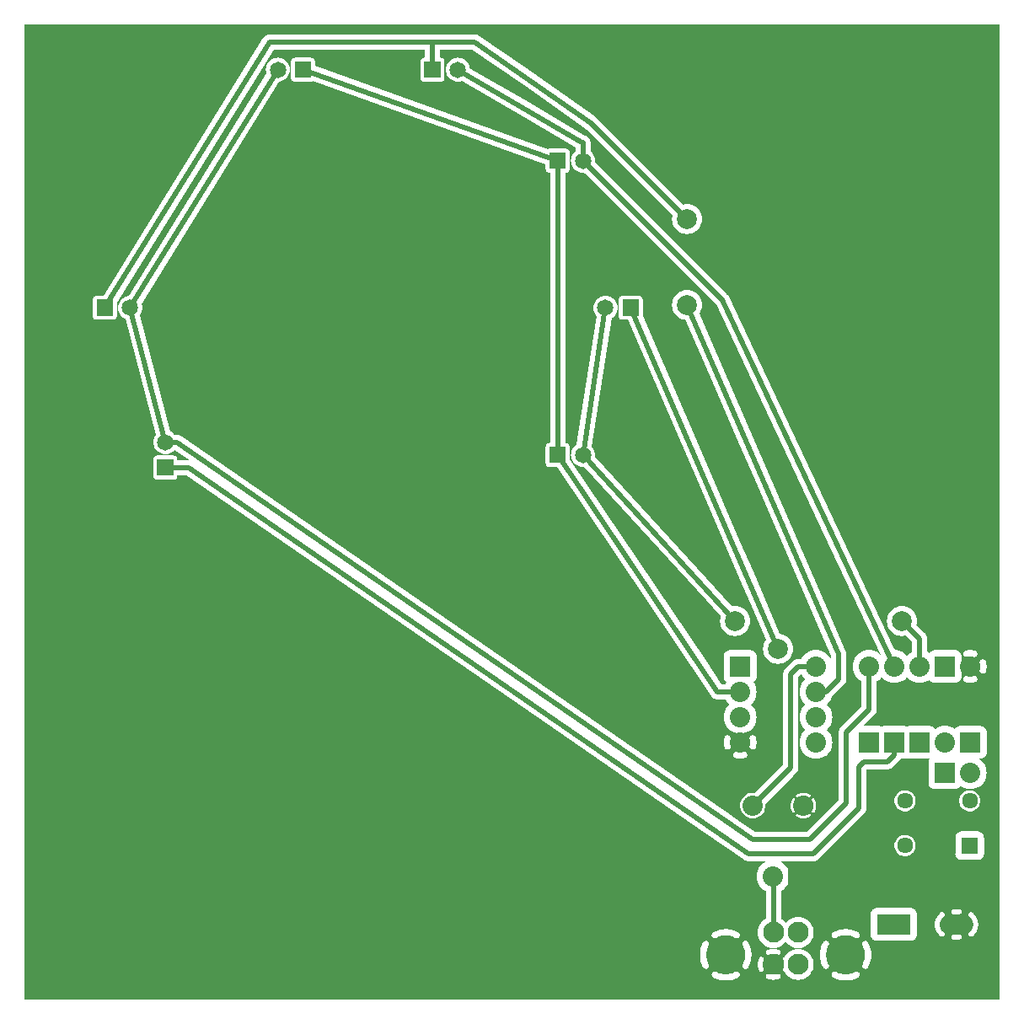
<source format=gbl>
G04 start of page 2 for group 10 layer_idx 1 *
G04 Title: (unknown), bottom_copper *
G04 Creator: pcb-rnd 3.1.4-dev *
G04 CreationDate: 2024-02-11 13:06:30 UTC *
G04 For: STEM4ukraine *
G04 Format: Gerber/RS-274X *
G04 PCB-Dimensions: 393701 393701 *
G04 PCB-Coordinate-Origin: lower left *
%MOIN*%
%FSLAX25Y25*%
%LNBOTTOM_COPPER_NONE_10*%
%ADD45C,0.0350*%
%ADD44C,0.0362*%
%ADD43C,0.0906*%
%ADD42C,0.0338*%
%ADD41C,0.0394*%
%ADD40C,0.0315*%
%ADD39C,0.0430*%
%ADD38C,0.1220*%
%ADD37C,0.0827*%
%ADD36C,0.1535*%
%ADD35C,0.0636*%
%ADD34C,0.0800*%
%ADD33C,0.0787*%
%ADD32C,0.0650*%
%ADD31C,0.0200*%
%ADD30C,0.0001*%
G54D30*G36*
X389764Y389764D02*Y3937D01*
X383122D01*
Y60386D01*
X383208Y60526D01*
X383358Y60890D01*
X383450Y61272D01*
X383481Y61665D01*
X383473Y61763D01*
Y67923D01*
X383481Y68020D01*
X383450Y68413D01*
X383450Y68413D01*
X383358Y68795D01*
X383208Y69159D01*
X383122Y69299D01*
Y89689D01*
X383275Y89868D01*
X383809Y90741D01*
X384201Y91686D01*
X384440Y92681D01*
X384500Y93701D01*
X384440Y94721D01*
X384201Y95716D01*
X383809Y96661D01*
X383275Y97533D01*
X383122Y97713D01*
Y99459D01*
X383138Y99466D01*
X383474Y99672D01*
X383773Y99928D01*
X384029Y100227D01*
X384234Y100562D01*
X384385Y100926D01*
X384477Y101308D01*
X384508Y101701D01*
X384500Y101799D01*
Y109603D01*
X384508Y109701D01*
X384477Y110093D01*
X384477Y110093D01*
X384385Y110476D01*
X384234Y110839D01*
X384029Y111175D01*
X383773Y111474D01*
X383474Y111730D01*
X383138Y111935D01*
X383122Y111942D01*
Y132859D01*
X383203Y132866D01*
X383394Y132913D01*
X383576Y132989D01*
X383743Y133092D01*
X383892Y133221D01*
X384019Y133371D01*
X384121Y133539D01*
X384192Y133723D01*
X384348Y134275D01*
X384449Y134841D01*
X384500Y135413D01*
Y135988D01*
X384449Y136560D01*
X384348Y137126D01*
X384198Y137681D01*
X384125Y137864D01*
X384022Y138033D01*
X383895Y138183D01*
X383745Y138312D01*
X383578Y138416D01*
X383396Y138493D01*
X383204Y138540D01*
X383122Y138547D01*
Y389764D01*
X389764D01*
G37*
G36*
X382610Y98311D02*X381832Y98976D01*
X381465Y99201D01*
X381902D01*
X382000Y99193D01*
X382392Y99224D01*
X382392Y99224D01*
X382775Y99316D01*
X383122Y99459D01*
Y97713D01*
X382610Y98311D01*
G37*
G36*
X383002Y69494D02*X382746Y69794D01*
X382447Y70049D01*
X382112Y70255D01*
X381748Y70405D01*
X381366Y70497D01*
X380973Y70528D01*
X380875Y70520D01*
X379219D01*
Y78627D01*
X379698Y78825D01*
X380259Y79169D01*
X380759Y79596D01*
X381186Y80096D01*
X381529Y80656D01*
X381781Y81264D01*
X381935Y81903D01*
X381973Y82559D01*
X381935Y83215D01*
X381781Y83854D01*
X381529Y84462D01*
X381186Y85022D01*
X380759Y85522D01*
X380259Y85950D01*
X379698Y86293D01*
X379219Y86491D01*
Y87309D01*
X380015Y87500D01*
X380960Y87891D01*
X381832Y88426D01*
X382610Y89090D01*
X383122Y89689D01*
Y69299D01*
X383002Y69494D01*
G37*
G36*
X379219Y3937D02*Y29284D01*
X379314Y29365D01*
X379685Y29755D01*
X380020Y30176D01*
X380316Y30625D01*
X380571Y31099D01*
X380782Y31594D01*
X380948Y32106D01*
X381067Y32630D01*
X381139Y33163D01*
X381163Y33701D01*
X381139Y34238D01*
X381067Y34771D01*
X380948Y35296D01*
X380782Y35808D01*
X380571Y36303D01*
X380316Y36776D01*
X380020Y37226D01*
X379685Y37647D01*
X379314Y38036D01*
X379219Y38119D01*
Y59165D01*
X380875D01*
X380973Y59157D01*
X381365Y59188D01*
X381366Y59188D01*
X381748Y59280D01*
X382112Y59430D01*
X382447Y59636D01*
X382746Y59891D01*
X383002Y60191D01*
X383122Y60386D01*
Y3937D01*
X379219D01*
G37*
G36*
X383122Y389764D02*Y138547D01*
X383007Y138556D01*
X382810Y138542D01*
X382618Y138497D01*
X382436Y138422D01*
X382267Y138320D01*
X382116Y138192D01*
X381987Y138043D01*
X381883Y137875D01*
X381807Y137693D01*
X381760Y137501D01*
X381743Y137305D01*
X381758Y137108D01*
X381807Y136917D01*
X381903Y136577D01*
X381965Y136229D01*
X381996Y135877D01*
Y135524D01*
X381965Y135172D01*
X381903Y134825D01*
X381810Y134484D01*
X381762Y134293D01*
X381747Y134097D01*
X381764Y133901D01*
X381810Y133710D01*
X381887Y133528D01*
X381990Y133361D01*
X382119Y133212D01*
X382269Y133085D01*
X382437Y132983D01*
X382619Y132909D01*
X382811Y132864D01*
X383007Y132849D01*
X383122Y132859D01*
Y111942D01*
X382775Y112086D01*
X382392Y112178D01*
X382000Y112208D01*
X381902Y112201D01*
X379219D01*
Y129316D01*
X379425Y129352D01*
X379980Y129503D01*
X380163Y129576D01*
X380332Y129679D01*
X380483Y129806D01*
X380611Y129955D01*
X380715Y130123D01*
X380792Y130305D01*
X380839Y130497D01*
X380855Y130694D01*
X380841Y130890D01*
X380796Y131083D01*
X380721Y131265D01*
X380619Y131434D01*
X380491Y131585D01*
X380342Y131714D01*
X380174Y131818D01*
X379992Y131894D01*
X379801Y131941D01*
X379604Y131958D01*
X379407Y131943D01*
X379219Y131895D01*
Y139511D01*
X379408Y139462D01*
X379604Y139448D01*
X379800Y139464D01*
X379991Y139511D01*
X380172Y139587D01*
X380340Y139691D01*
X380489Y139820D01*
X380616Y139970D01*
X380718Y140138D01*
X380792Y140320D01*
X380837Y140512D01*
X380851Y140708D01*
X380835Y140904D01*
X380788Y141095D01*
X380712Y141277D01*
X380608Y141444D01*
X380480Y141593D01*
X380330Y141720D01*
X380161Y141822D01*
X379978Y141893D01*
X379425Y142049D01*
X379219Y142086D01*
Y389764D01*
X383122D01*
G37*
G36*
X374715Y70520D02*X374617Y70528D01*
X374225Y70497D01*
X374225Y70497D01*
X373842Y70405D01*
X373479Y70255D01*
X373143Y70049D01*
X372844Y69794D01*
X372589Y69494D01*
X372579Y69478D01*
Y87269D01*
X372775Y87316D01*
X373138Y87466D01*
X373474Y87672D01*
X373773Y87928D01*
X374029Y88227D01*
X374157Y88435D01*
X374168Y88426D01*
X375040Y87891D01*
X375985Y87500D01*
X376980Y87261D01*
X378000Y87181D01*
X379020Y87261D01*
X379219Y87309D01*
Y86491D01*
X379090Y86545D01*
X378451Y86698D01*
X377795Y86750D01*
X377140Y86698D01*
X376500Y86545D01*
X375893Y86293D01*
X375332Y85950D01*
X374832Y85522D01*
X374405Y85022D01*
X374061Y84462D01*
X373810Y83854D01*
X373656Y83215D01*
X373604Y82559D01*
X373656Y81903D01*
X373810Y81264D01*
X374061Y80656D01*
X374405Y80096D01*
X374832Y79596D01*
X375332Y79169D01*
X375893Y78825D01*
X376500Y78573D01*
X377140Y78420D01*
X377795Y78368D01*
X378451Y78420D01*
X379090Y78573D01*
X379219Y78627D01*
Y70520D01*
X374715D01*
G37*
G36*
X372579Y3937D02*Y27701D01*
X373657D01*
X373814Y27710D01*
X373967Y27747D01*
X374113Y27807D01*
X374247Y27889D01*
X374367Y27991D01*
X374469Y28111D01*
X374551Y28245D01*
X374611Y28391D01*
X374648Y28544D01*
X374661Y28701D01*
X374648Y28858D01*
X374611Y29011D01*
X374551Y29156D01*
X374469Y29290D01*
X374367Y29410D01*
X374247Y29512D01*
X374113Y29595D01*
X373967Y29655D01*
X373814Y29692D01*
X373657Y29701D01*
X372579D01*
Y37701D01*
X373657D01*
X373814Y37710D01*
X373967Y37747D01*
X374113Y37807D01*
X374247Y37889D01*
X374367Y37991D01*
X374469Y38111D01*
X374551Y38245D01*
X374611Y38391D01*
X374648Y38544D01*
X374661Y38701D01*
X374648Y38858D01*
X374611Y39011D01*
X374551Y39156D01*
X374469Y39290D01*
X374367Y39410D01*
X374247Y39512D01*
X374113Y39595D01*
X373967Y39655D01*
X373814Y39692D01*
X373657Y39701D01*
X372579D01*
Y60207D01*
X372589Y60191D01*
X372844Y59891D01*
X373143Y59636D01*
X373479Y59430D01*
X373842Y59280D01*
X374225Y59188D01*
X374617Y59157D01*
X374715Y59165D01*
X379219D01*
Y38119D01*
X378909Y38391D01*
X378779Y38480D01*
X378636Y38547D01*
X378484Y38591D01*
X378328Y38611D01*
X378170Y38606D01*
X378014Y38576D01*
X377866Y38523D01*
X377727Y38446D01*
X377603Y38350D01*
X377494Y38234D01*
X377406Y38104D01*
X377339Y37960D01*
X377295Y37809D01*
X377275Y37652D01*
X377280Y37494D01*
X377310Y37339D01*
X377363Y37190D01*
X377440Y37052D01*
X377536Y36927D01*
X377654Y36821D01*
X377926Y36588D01*
X378173Y36329D01*
X378396Y36048D01*
X378593Y35749D01*
X378763Y35434D01*
X378903Y35104D01*
X379014Y34763D01*
X379093Y34414D01*
X379141Y34059D01*
X379157Y33701D01*
X379141Y33343D01*
X379093Y32988D01*
X379014Y32638D01*
X378903Y32298D01*
X378763Y31968D01*
X378593Y31652D01*
X378396Y31353D01*
X378173Y31073D01*
X377926Y30813D01*
X377656Y30577D01*
X377539Y30472D01*
X377443Y30348D01*
X377367Y30210D01*
X377314Y30062D01*
X377284Y29907D01*
X377279Y29750D01*
X377299Y29594D01*
X377342Y29443D01*
X377409Y29300D01*
X377498Y29170D01*
X377605Y29055D01*
X377730Y28958D01*
X377867Y28883D01*
X378016Y28829D01*
X378170Y28800D01*
X378327Y28794D01*
X378484Y28814D01*
X378635Y28858D01*
X378777Y28925D01*
X378906Y29016D01*
X379219Y29284D01*
Y3937D01*
X372579D01*
G37*
G36*
X379219Y389764D02*Y142086D01*
X378860Y142150D01*
X378287Y142201D01*
X377713D01*
X377140Y142150D01*
X376575Y142049D01*
X376020Y141899D01*
X375837Y141825D01*
X375668Y141723D01*
X375517Y141596D01*
X375389Y141446D01*
X375285Y141278D01*
X375208Y141096D01*
X375161Y140905D01*
X375145Y140708D01*
X375159Y140511D01*
X375204Y140319D01*
X375279Y140136D01*
X375381Y139968D01*
X375509Y139817D01*
X375658Y139688D01*
X375826Y139584D01*
X376008Y139508D01*
X376199Y139461D01*
X376396Y139444D01*
X376593Y139459D01*
X376784Y139507D01*
X377124Y139604D01*
X377471Y139666D01*
X377823Y139697D01*
X378177D01*
X378529Y139666D01*
X378876Y139604D01*
X379217Y139511D01*
X379219Y139511D01*
Y131895D01*
X379216Y131894D01*
X378876Y131798D01*
X378529Y131736D01*
X378177Y131705D01*
X377823D01*
X377471Y131736D01*
X377124Y131798D01*
X376783Y131890D01*
X376592Y131939D01*
X376396Y131954D01*
X376200Y131937D01*
X376009Y131890D01*
X375828Y131814D01*
X375660Y131710D01*
X375511Y131582D01*
X375384Y131432D01*
X375282Y131263D01*
X375208Y131081D01*
X375163Y130890D01*
X375149Y130694D01*
X375165Y130497D01*
X375212Y130306D01*
X375288Y130125D01*
X375392Y129958D01*
X375520Y129809D01*
X375670Y129682D01*
X375839Y129580D01*
X376022Y129509D01*
X376575Y129352D01*
X377140Y129251D01*
X377713Y129201D01*
X378287D01*
X378860Y129251D01*
X379219Y129316D01*
Y112201D01*
X374098D01*
X374000Y112208D01*
X373608Y112178D01*
X373608Y112178D01*
X373225Y112086D01*
X372862Y111935D01*
X372579Y111762D01*
Y129269D01*
X372775Y129316D01*
X373138Y129466D01*
X373474Y129672D01*
X373773Y129928D01*
X374029Y130227D01*
X374234Y130562D01*
X374385Y130926D01*
X374477Y131308D01*
X374508Y131701D01*
X374500Y131799D01*
Y139603D01*
X374508Y139701D01*
X374477Y140093D01*
X374477Y140093D01*
X374385Y140476D01*
X374234Y140839D01*
X374029Y141175D01*
X373773Y141474D01*
X373474Y141730D01*
X373138Y141935D01*
X372775Y142086D01*
X372579Y142133D01*
Y389764D01*
X379219D01*
G37*
G36*
X372526Y111730D02*X372227Y111474D01*
X371971Y111175D01*
X371843Y110966D01*
X371832Y110976D01*
X370960Y111510D01*
X370015Y111902D01*
X369020Y112141D01*
X368000Y112221D01*
X366980Y112141D01*
X365985Y111902D01*
X365040Y111510D01*
X364168Y110976D01*
X364157Y110966D01*
X364029Y111175D01*
X363773Y111474D01*
X363474Y111730D01*
X363138Y111935D01*
X362775Y112086D01*
X362392Y112178D01*
X362000Y112208D01*
X361902Y112201D01*
X354098D01*
X354000Y112208D01*
X353608Y112178D01*
X353608Y112178D01*
X353225Y112086D01*
X353000Y111993D01*
X352775Y112086D01*
X352392Y112178D01*
X352000Y112208D01*
X351902Y112201D01*
X344098D01*
X344000Y112208D01*
X343608Y112178D01*
X343608Y112178D01*
X343225Y112086D01*
X343000Y111993D01*
X342775Y112086D01*
X342392Y112178D01*
X342000Y112208D01*
X341902Y112201D01*
X335743D01*
X340038Y116496D01*
X340128Y116573D01*
X340434Y116932D01*
X340435Y116932D01*
X340681Y117335D01*
X340862Y117771D01*
X340972Y118230D01*
X341009Y118701D01*
X341000Y118818D01*
Y129916D01*
X341832Y130426D01*
X342610Y131090D01*
X343000Y131547D01*
X343390Y131090D01*
X344168Y130426D01*
X345040Y129891D01*
X345985Y129500D01*
X346980Y129261D01*
X348000Y129181D01*
X349020Y129261D01*
X350015Y129500D01*
X350960Y129891D01*
X351832Y130426D01*
X352610Y131090D01*
X353000Y131547D01*
X353390Y131090D01*
X354168Y130426D01*
X355040Y129891D01*
X355985Y129500D01*
X356980Y129261D01*
X358000Y129181D01*
X359020Y129261D01*
X360015Y129500D01*
X360960Y129891D01*
X361832Y130426D01*
X361843Y130435D01*
X361971Y130227D01*
X362227Y129928D01*
X362526Y129672D01*
X362862Y129466D01*
X363225Y129316D01*
X363608Y129224D01*
X364000Y129193D01*
X364098Y129201D01*
X371902D01*
X372000Y129193D01*
X372392Y129224D01*
X372392Y129224D01*
X372579Y129269D01*
Y111762D01*
X372526Y111730D01*
G37*
G36*
X371902Y87201D02*X372000Y87193D01*
X372392Y87224D01*
X372392Y87224D01*
X372579Y87269D01*
Y69478D01*
X372383Y69159D01*
X372232Y68795D01*
X372140Y68413D01*
X372110Y68020D01*
X372117Y67922D01*
Y61763D01*
X372110Y61665D01*
X372140Y61272D01*
X372140Y61272D01*
X372232Y60890D01*
X372383Y60526D01*
X372579Y60207D01*
Y39701D01*
X371500D01*
X371343Y39692D01*
X371190Y39655D01*
X371045Y39595D01*
X370910Y39512D01*
X370791Y39410D01*
X370688Y39290D01*
X370606Y39156D01*
X370546Y39011D01*
X370509Y38858D01*
X370497Y38701D01*
X370509Y38544D01*
X370546Y38391D01*
X370606Y38245D01*
X370688Y38111D01*
X370791Y37992D01*
X370910Y37889D01*
X371045Y37807D01*
X371190Y37747D01*
X371343Y37710D01*
X371500Y37701D01*
X372579D01*
Y29701D01*
X371500D01*
X371343Y29692D01*
X371190Y29655D01*
X371045Y29595D01*
X370910Y29512D01*
X370791Y29410D01*
X370688Y29290D01*
X370606Y29156D01*
X370546Y29011D01*
X370509Y28858D01*
X370497Y28701D01*
X370509Y28544D01*
X370546Y28391D01*
X370606Y28245D01*
X370688Y28111D01*
X370791Y27992D01*
X370910Y27889D01*
X371045Y27807D01*
X371190Y27747D01*
X371343Y27710D01*
X371500Y27701D01*
X372579D01*
Y3937D01*
X365938D01*
Y29282D01*
X366248Y29011D01*
X366378Y28921D01*
X366521Y28854D01*
X366673Y28810D01*
X366830Y28790D01*
X366988Y28795D01*
X367143Y28825D01*
X367292Y28879D01*
X367430Y28955D01*
X367555Y29052D01*
X367663Y29167D01*
X367752Y29298D01*
X367819Y29441D01*
X367863Y29593D01*
X367883Y29750D01*
X367877Y29908D01*
X367848Y30063D01*
X367794Y30212D01*
X367718Y30350D01*
X367621Y30475D01*
X367504Y30580D01*
X367232Y30813D01*
X366984Y31073D01*
X366761Y31353D01*
X366564Y31652D01*
X366395Y31968D01*
X366254Y32298D01*
X366144Y32638D01*
X366064Y32988D01*
X366016Y33343D01*
X366000Y33701D01*
X366016Y34059D01*
X366064Y34414D01*
X366144Y34763D01*
X366254Y35104D01*
X366395Y35434D01*
X366564Y35749D01*
X366761Y36048D01*
X366984Y36329D01*
X367232Y36588D01*
X367501Y36824D01*
X367618Y36930D01*
X367715Y37054D01*
X367790Y37192D01*
X367844Y37340D01*
X367873Y37494D01*
X367879Y37652D01*
X367859Y37808D01*
X367815Y37959D01*
X367748Y38102D01*
X367660Y38232D01*
X367552Y38347D01*
X367428Y38443D01*
X367290Y38519D01*
X367142Y38572D01*
X366987Y38602D01*
X366830Y38607D01*
X366674Y38588D01*
X366523Y38544D01*
X366380Y38477D01*
X366252Y38386D01*
X365938Y38117D01*
Y87201D01*
X371902D01*
G37*
G36*
X372579Y389764D02*Y142133D01*
X372392Y142178D01*
X372000Y142208D01*
X371902Y142201D01*
X365938D01*
Y389764D01*
X372579D01*
G37*
G36*
X352392Y99224D02*X352392Y99224D01*
X352775Y99316D01*
X353000Y99409D01*
X353225Y99316D01*
X353608Y99224D01*
X354000Y99193D01*
X354098Y99201D01*
X361902D01*
X361988Y99194D01*
X361971Y99175D01*
X361766Y98839D01*
X361615Y98476D01*
X361523Y98093D01*
X361492Y97701D01*
X361500Y97603D01*
Y89799D01*
X361492Y89701D01*
X361523Y89309D01*
X361523Y89308D01*
X361615Y88926D01*
X361766Y88562D01*
X361971Y88227D01*
X362227Y87928D01*
X362526Y87672D01*
X362862Y87466D01*
X363225Y87316D01*
X363608Y87224D01*
X364000Y87193D01*
X364098Y87201D01*
X365938D01*
Y38117D01*
X365843Y38036D01*
X365472Y37647D01*
X365137Y37226D01*
X364841Y36776D01*
X364587Y36303D01*
X364376Y35808D01*
X364210Y35296D01*
X364090Y34771D01*
X364018Y34238D01*
X363994Y33701D01*
X364018Y33163D01*
X364090Y32630D01*
X364210Y32106D01*
X364376Y31594D01*
X364587Y31099D01*
X364841Y30625D01*
X365137Y30176D01*
X365472Y29755D01*
X365843Y29365D01*
X365938Y29282D01*
Y3937D01*
X352198D01*
Y27201D01*
X354260D01*
X354358Y27193D01*
X354749Y27224D01*
X354750Y27224D01*
X355132Y27316D01*
X355496Y27466D01*
X355832Y27672D01*
X356131Y27928D01*
X356386Y28227D01*
X356592Y28562D01*
X356743Y28926D01*
X356834Y29308D01*
X356865Y29701D01*
X356858Y29799D01*
Y37603D01*
X356865Y37701D01*
X356834Y38093D01*
X356743Y38476D01*
X356592Y38839D01*
X356386Y39175D01*
X356131Y39474D01*
X355832Y39730D01*
X355496Y39935D01*
X355132Y40086D01*
X354750Y40178D01*
X354358Y40208D01*
X354260Y40201D01*
X352198D01*
Y60652D01*
X352205Y60652D01*
X352860Y60703D01*
X353500Y60857D01*
X354107Y61108D01*
X354668Y61452D01*
X355168Y61879D01*
X355595Y62379D01*
X355939Y62940D01*
X356190Y63547D01*
X356344Y64187D01*
X356383Y64843D01*
X356344Y65498D01*
X356190Y66138D01*
X355939Y66745D01*
X355595Y67306D01*
X355168Y67806D01*
X354668Y68233D01*
X354107Y68577D01*
X353500Y68828D01*
X352860Y68982D01*
X352205Y69033D01*
X352198Y69033D01*
Y78369D01*
X352205Y78368D01*
X352860Y78420D01*
X353500Y78573D01*
X354107Y78825D01*
X354668Y79169D01*
X355168Y79596D01*
X355595Y80096D01*
X355939Y80656D01*
X356190Y81264D01*
X356344Y81903D01*
X356383Y82559D01*
X356344Y83215D01*
X356190Y83854D01*
X355939Y84462D01*
X355595Y85022D01*
X355168Y85522D01*
X354668Y85950D01*
X354107Y86293D01*
X353500Y86545D01*
X352860Y86698D01*
X352205Y86750D01*
X352198Y86749D01*
Y99209D01*
X352392Y99224D01*
G37*
G36*
X347758Y3937D02*Y27201D01*
X352198D01*
Y3937D01*
X347758D01*
G37*
G36*
X350038Y98551D02*X350128Y98628D01*
X350434Y98987D01*
X350435Y98987D01*
X350565Y99201D01*
X351902D01*
X352000Y99193D01*
X352198Y99209D01*
Y86749D01*
X351549Y86698D01*
X350910Y86545D01*
X350302Y86293D01*
X349741Y85950D01*
X349241Y85522D01*
X348814Y85022D01*
X348471Y84462D01*
X348219Y83854D01*
X348065Y83215D01*
X348014Y82559D01*
X348065Y81903D01*
X348219Y81264D01*
X348471Y80656D01*
X348814Y80096D01*
X349241Y79596D01*
X349741Y79169D01*
X350302Y78825D01*
X350910Y78573D01*
X351549Y78420D01*
X352198Y78369D01*
Y69033D01*
X351549Y68982D01*
X350910Y68828D01*
X350302Y68577D01*
X349741Y68233D01*
X349241Y67806D01*
X348814Y67306D01*
X348471Y66745D01*
X348219Y66138D01*
X348065Y65498D01*
X348014Y64843D01*
X348065Y64187D01*
X348219Y63547D01*
X348471Y62940D01*
X348814Y62379D01*
X349241Y61879D01*
X349741Y61452D01*
X350302Y61108D01*
X350910Y60857D01*
X351549Y60703D01*
X352198Y60652D01*
Y40201D01*
X347758D01*
Y96271D01*
X350038Y98551D01*
G37*
G36*
X348296Y148395D02*X349160Y148037D01*
X350068Y147819D01*
X351000Y147745D01*
X351932Y147819D01*
X352502Y147956D01*
X355000Y145458D01*
Y141486D01*
X354168Y140976D01*
X353390Y140311D01*
X353000Y139855D01*
X352610Y140311D01*
X351832Y140976D01*
X350960Y141510D01*
X350015Y141902D01*
X349020Y142141D01*
X348264Y142200D01*
X347758Y143279D01*
Y148725D01*
X348296Y148395D01*
G37*
G36*
X365938Y389764D02*Y142201D01*
X364098D01*
X364000Y142208D01*
X363608Y142178D01*
X363608Y142178D01*
X363225Y142086D01*
X362862Y141935D01*
X362526Y141730D01*
X362227Y141474D01*
X361971Y141175D01*
X361843Y140966D01*
X361832Y140976D01*
X361000Y141486D01*
Y146583D01*
X361009Y146701D01*
X360972Y147171D01*
X360972Y147172D01*
X360862Y147631D01*
X360681Y148067D01*
X360435Y148470D01*
X360128Y148829D01*
X360038Y148905D01*
X356745Y152198D01*
X356882Y152769D01*
X356937Y153701D01*
X356882Y154632D01*
X356664Y155541D01*
X356306Y156404D01*
X355818Y157201D01*
X355211Y157912D01*
X354500Y158519D01*
X353704Y159007D01*
X352840Y159365D01*
X351932Y159583D01*
X351000Y159656D01*
X350068Y159583D01*
X349160Y159365D01*
X348296Y159007D01*
X347758Y158677D01*
Y389764D01*
X365938D01*
G37*
G36*
X323000Y140077D02*Y138201D01*
X322809Y138661D01*
X322275Y139533D01*
X321610Y140311D01*
X320832Y140976D01*
X320377Y141255D01*
Y146111D01*
X323000Y140077D01*
G37*
G36*
X345158Y95031D02*X345276Y95022D01*
X345746Y95059D01*
X345746Y95059D01*
X346206Y95170D01*
X346642Y95350D01*
X347044Y95597D01*
X347403Y95904D01*
X347480Y95993D01*
X347758Y96271D01*
Y40201D01*
X341255D01*
X341158Y40208D01*
X340766Y40178D01*
X340765Y40178D01*
X340383Y40086D01*
X340019Y39935D01*
X339684Y39730D01*
X339384Y39474D01*
X339129Y39175D01*
X338923Y38839D01*
X338773Y38476D01*
X338681Y38093D01*
X338650Y37701D01*
X338658Y37603D01*
Y29799D01*
X338650Y29701D01*
X338681Y29308D01*
X338773Y28926D01*
X338923Y28562D01*
X339129Y28227D01*
X339384Y27928D01*
X339684Y27672D01*
X340019Y27466D01*
X340383Y27316D01*
X340765Y27224D01*
X341158Y27193D01*
X341255Y27201D01*
X347758D01*
Y3937D01*
X337104D01*
Y16208D01*
X337253Y16293D01*
X337407Y16415D01*
X337540Y16561D01*
X337645Y16727D01*
X338070Y17560D01*
X338406Y18433D01*
X338660Y19334D01*
X338831Y20254D01*
X338917Y21186D01*
Y22121D01*
X338831Y23053D01*
X338660Y23973D01*
X338406Y24874D01*
X338070Y25747D01*
X337655Y26586D01*
X337547Y26752D01*
X337413Y26898D01*
X337258Y27021D01*
X337104Y27108D01*
Y95031D01*
X345158D01*
G37*
G36*
X335896Y77355D02*X335986Y77431D01*
X336293Y77790D01*
X336293Y77790D01*
X336540Y78193D01*
X336720Y78629D01*
X336830Y79088D01*
X336868Y79559D01*
X336858Y79677D01*
Y94820D01*
X337069Y95031D01*
X337104D01*
Y27108D01*
X337086Y27119D01*
X336900Y27188D01*
X336706Y27228D01*
X336508Y27237D01*
X336312Y27214D01*
X336121Y27162D01*
X335941Y27080D01*
X335775Y26970D01*
X335629Y26837D01*
X335506Y26682D01*
X335408Y26510D01*
X335339Y26324D01*
X335299Y26130D01*
X335290Y25932D01*
X335312Y25736D01*
X335365Y25545D01*
X335451Y25366D01*
X335770Y24738D01*
X336024Y24080D01*
X336216Y23402D01*
X336345Y22708D01*
X336409Y22006D01*
Y21301D01*
X336345Y20599D01*
X336216Y19906D01*
X336024Y19227D01*
X335770Y18569D01*
X335458Y17937D01*
X335373Y17760D01*
X335320Y17570D01*
X335298Y17375D01*
X335307Y17178D01*
X335346Y16985D01*
X335416Y16801D01*
X335513Y16630D01*
X335635Y16476D01*
X335780Y16343D01*
X335944Y16235D01*
X336124Y16153D01*
X336313Y16101D01*
X336509Y16079D01*
X336705Y16087D01*
X336898Y16127D01*
X337082Y16196D01*
X337104Y16208D01*
Y3937D01*
X328736D01*
Y11476D01*
X329208D01*
X330140Y11562D01*
X331060Y11733D01*
X331960Y11988D01*
X332834Y12324D01*
X333672Y12739D01*
X333838Y12847D01*
X333984Y12981D01*
X334108Y13136D01*
X334205Y13308D01*
X334275Y13493D01*
X334314Y13687D01*
X334323Y13885D01*
X334301Y14082D01*
X334248Y14273D01*
X334166Y14453D01*
X334057Y14618D01*
X333923Y14765D01*
X333768Y14888D01*
X333596Y14986D01*
X333411Y15055D01*
X333217Y15095D01*
X333019Y15103D01*
X332822Y15081D01*
X332631Y15028D01*
X332453Y14943D01*
X331825Y14623D01*
X331167Y14370D01*
X330488Y14178D01*
X329795Y14049D01*
X329093Y13984D01*
X328736D01*
Y29323D01*
X329093D01*
X329795Y29258D01*
X330488Y29129D01*
X331167Y28937D01*
X331825Y28684D01*
X332457Y28371D01*
X332634Y28286D01*
X332824Y28234D01*
X333019Y28212D01*
X333216Y28220D01*
X333409Y28260D01*
X333593Y28329D01*
X333764Y28426D01*
X333918Y28549D01*
X334051Y28694D01*
X334159Y28858D01*
X334241Y29037D01*
X334293Y29227D01*
X334315Y29422D01*
X334306Y29619D01*
X334267Y29811D01*
X334198Y29996D01*
X334101Y30167D01*
X333978Y30321D01*
X333833Y30453D01*
X333667Y30559D01*
X332834Y30983D01*
X331960Y31319D01*
X331060Y31574D01*
X330140Y31745D01*
X329208Y31831D01*
X328736D01*
Y70194D01*
X335896Y77355D01*
G37*
G36*
X328736Y70194D02*Y31831D01*
X328272D01*
X327340Y31745D01*
X326420Y31574D01*
X325520Y31319D01*
X324647Y30983D01*
X323808Y30568D01*
X323642Y30460D01*
X323496Y30326D01*
X323373Y30171D01*
X323275Y29999D01*
X323206Y29814D01*
X323166Y29620D01*
X323157Y29422D01*
X323179Y29225D01*
X323232Y29034D01*
X323314Y28854D01*
X323423Y28689D01*
X323557Y28543D01*
X323712Y28419D01*
X323884Y28322D01*
X324070Y28252D01*
X324264Y28212D01*
X324461Y28204D01*
X324658Y28226D01*
X324849Y28279D01*
X325027Y28364D01*
X325656Y28684D01*
X326314Y28937D01*
X326992Y29129D01*
X327685Y29258D01*
X328388Y29323D01*
X328736D01*
Y13984D01*
X328388D01*
X327685Y14049D01*
X326992Y14178D01*
X326314Y14370D01*
X325656Y14623D01*
X325024Y14936D01*
X324846Y15021D01*
X324657Y15073D01*
X324461Y15095D01*
X324265Y15087D01*
X324072Y15047D01*
X323888Y14978D01*
X323716Y14881D01*
X323563Y14759D01*
X323430Y14613D01*
X323321Y14449D01*
X323240Y14270D01*
X323187Y14081D01*
X323165Y13885D01*
X323174Y13688D01*
X323213Y13496D01*
X323282Y13311D01*
X323379Y13140D01*
X323502Y12986D01*
X323647Y12854D01*
X323813Y12749D01*
X324647Y12324D01*
X325520Y11988D01*
X326420Y11733D01*
X327340Y11562D01*
X328272Y11476D01*
X328736D01*
Y3937D01*
X320377D01*
Y16199D01*
X320395Y16188D01*
X320580Y16119D01*
X320774Y16079D01*
X320972Y16071D01*
X321169Y16093D01*
X321360Y16146D01*
X321540Y16228D01*
X321705Y16337D01*
X321851Y16470D01*
X321975Y16625D01*
X322072Y16798D01*
X322142Y16983D01*
X322181Y17177D01*
X322190Y17375D01*
X322168Y17572D01*
X322115Y17762D01*
X322030Y17941D01*
X321710Y18569D01*
X321457Y19227D01*
X321265Y19906D01*
X321136Y20599D01*
X321071Y21301D01*
Y22006D01*
X321136Y22708D01*
X321265Y23402D01*
X321457Y24080D01*
X321710Y24738D01*
X322023Y25370D01*
X322107Y25547D01*
X322160Y25737D01*
X322182Y25933D01*
X322173Y26129D01*
X322134Y26322D01*
X322065Y26506D01*
X321968Y26677D01*
X321845Y26831D01*
X321700Y26964D01*
X321536Y27072D01*
X321357Y27154D01*
X321167Y27206D01*
X320972Y27228D01*
X320775Y27220D01*
X320582Y27180D01*
X320398Y27111D01*
X320377Y27099D01*
Y61835D01*
X328736Y70194D01*
G37*
G36*
X342464Y140436D02*X341832Y140976D01*
X340960Y141510D01*
X340015Y141902D01*
X339020Y142141D01*
X338000Y142221D01*
X336980Y142141D01*
X335985Y141902D01*
X335040Y141510D01*
X334168Y140976D01*
X333390Y140311D01*
X332725Y139533D01*
X332191Y138661D01*
X331799Y137716D01*
X331560Y136721D01*
X331480Y135701D01*
X331560Y134681D01*
X331799Y133686D01*
X332191Y132741D01*
X332725Y131868D01*
X333390Y131090D01*
X334168Y130426D01*
X335000Y129916D01*
Y119943D01*
X326962Y111905D01*
X326872Y111829D01*
X326565Y111470D01*
X326319Y111067D01*
X326138Y110631D01*
X326028Y110172D01*
X326028Y110171D01*
X325991Y109701D01*
X326000Y109583D01*
Y82943D01*
X320377Y77320D01*
Y100147D01*
X320832Y100426D01*
X321610Y101090D01*
X322275Y101868D01*
X322809Y102741D01*
X323201Y103686D01*
X323440Y104681D01*
X323500Y105701D01*
X323440Y106721D01*
X323201Y107716D01*
X322809Y108661D01*
X322275Y109533D01*
X321610Y110311D01*
X321154Y110701D01*
X321610Y111090D01*
X322275Y111868D01*
X322809Y112741D01*
X323201Y113686D01*
X323440Y114681D01*
X323500Y115701D01*
X323440Y116721D01*
X323201Y117716D01*
X322809Y118661D01*
X322275Y119533D01*
X321610Y120311D01*
X321154Y120701D01*
X321610Y121090D01*
X322275Y121868D01*
X322809Y122741D01*
X323179Y123633D01*
X323204Y123663D01*
X328038Y128496D01*
X328128Y128573D01*
X328434Y128932D01*
X328435Y128932D01*
X328681Y129335D01*
X328862Y129771D01*
X328972Y130230D01*
X329009Y130701D01*
X329000Y130818D01*
Y140491D01*
X329004Y140517D01*
X328995Y140989D01*
X328977Y141095D01*
X328972Y141172D01*
X328938Y141312D01*
X328913Y141454D01*
X328887Y141526D01*
X328862Y141631D01*
X328681Y142067D01*
X328668Y142089D01*
X320377Y161159D01*
Y187504D01*
X342464Y140436D01*
G37*
G36*
X347758Y389764D02*Y158677D01*
X347500Y158519D01*
X346789Y157912D01*
X346182Y157201D01*
X345694Y156404D01*
X345336Y155541D01*
X345118Y154632D01*
X345045Y153701D01*
X345118Y152769D01*
X345336Y151860D01*
X345694Y150997D01*
X346182Y150200D01*
X346789Y149490D01*
X347500Y148883D01*
X347758Y148725D01*
Y143279D01*
X320377Y201627D01*
Y389764D01*
X347758D01*
G37*
G36*
X309961Y24359D02*X310923Y24435D01*
X311862Y24660D01*
X312754Y25030D01*
X313577Y25534D01*
X314311Y26161D01*
X314938Y26895D01*
X315443Y27719D01*
X315812Y28610D01*
X316038Y29549D01*
X316094Y30512D01*
X316038Y31474D01*
X315812Y32413D01*
X315443Y33305D01*
X314938Y34128D01*
X314311Y34862D01*
X313577Y35490D01*
X312754Y35994D01*
X311862Y36363D01*
X310923Y36589D01*
X309961Y36665D01*
X309951Y36664D01*
Y58701D01*
X315882D01*
X316000Y58692D01*
X316471Y58729D01*
X316471Y58729D01*
X316930Y58839D01*
X317366Y59020D01*
X317769Y59266D01*
X318128Y59573D01*
X318204Y59663D01*
X320377Y61835D01*
Y27099D01*
X320227Y27014D01*
X320073Y26892D01*
X319940Y26746D01*
X319835Y26580D01*
X319411Y25747D01*
X319075Y24874D01*
X318820Y23973D01*
X318649Y23053D01*
X318563Y22121D01*
Y21186D01*
X318649Y20254D01*
X318820Y19334D01*
X319075Y18433D01*
X319411Y17560D01*
X319826Y16721D01*
X319934Y16556D01*
X320067Y16409D01*
X320222Y16286D01*
X320377Y16199D01*
Y3937D01*
X309951D01*
Y11761D01*
X309961Y11761D01*
X310923Y11836D01*
X311862Y12062D01*
X312754Y12431D01*
X313577Y12936D01*
X314311Y13563D01*
X314938Y14297D01*
X315443Y15120D01*
X315812Y16012D01*
X316038Y16951D01*
X316094Y17913D01*
X316038Y18876D01*
X315812Y19815D01*
X315443Y20707D01*
X314938Y21530D01*
X314311Y22264D01*
X313577Y22891D01*
X312754Y23396D01*
X311862Y23765D01*
X310923Y23990D01*
X309961Y24066D01*
X309951Y24065D01*
Y24360D01*
X309961Y24359D01*
G37*
G36*
X308998Y36589D02*X308059Y36363D01*
X307167Y35994D01*
X306344Y35490D01*
X305610Y34862D01*
X305039Y34194D01*
X304469Y34862D01*
X303735Y35490D01*
X303118Y35867D01*
Y46988D01*
X303832Y47426D01*
X304610Y48090D01*
X305275Y48868D01*
X305809Y49741D01*
X306201Y50686D01*
X306440Y51681D01*
X306500Y52701D01*
X306440Y53721D01*
X306201Y54716D01*
X305809Y55661D01*
X305275Y56533D01*
X304610Y57311D01*
X303832Y57976D01*
X302960Y58510D01*
X302500Y58701D01*
X309951D01*
Y36664D01*
X308998Y36589D01*
G37*
G36*
X301081Y24435D02*X302019Y24660D01*
X302911Y25030D01*
X303735Y25534D01*
X304469Y26161D01*
X305039Y26829D01*
X305610Y26161D01*
X306344Y25534D01*
X307167Y25030D01*
X308059Y24660D01*
X308998Y24435D01*
X309951Y24360D01*
Y24065D01*
X308998Y23990D01*
X308059Y23765D01*
X307167Y23396D01*
X306344Y22891D01*
X305610Y22264D01*
X304983Y21530D01*
X304570Y20856D01*
X304467Y20822D01*
X304326Y20750D01*
X304199Y20657D01*
X304087Y20545D01*
X303995Y20416D01*
X303923Y20275D01*
X303875Y20125D01*
X303851Y19969D01*
X303851Y19811D01*
X303876Y19655D01*
X303929Y19506D01*
X303994Y19334D01*
X303884Y18876D01*
X303808Y17913D01*
X303884Y16951D01*
X303995Y16489D01*
X303932Y16319D01*
X303880Y16171D01*
X303855Y16016D01*
X303855Y15858D01*
X303879Y15703D01*
X303927Y15553D01*
X303998Y15412D01*
X304090Y15285D01*
X304201Y15173D01*
X304328Y15080D01*
X304468Y15008D01*
X304567Y14976D01*
X304983Y14297D01*
X305610Y13563D01*
X306344Y12936D01*
X307167Y12431D01*
X308059Y12062D01*
X308998Y11836D01*
X309951Y11761D01*
Y3937D01*
X300120D01*
Y11780D01*
X300388D01*
X300926Y11827D01*
X301457Y11921D01*
X301979Y12062D01*
X302485Y12248D01*
X302626Y12319D01*
X302754Y12413D01*
X302865Y12525D01*
X302958Y12653D01*
X303029Y12794D01*
X303078Y12944D01*
X303102Y13101D01*
X303101Y13259D01*
X303076Y13415D01*
X303027Y13565D01*
X302955Y13705D01*
X302861Y13833D01*
X302749Y13944D01*
X302621Y14037D01*
X302480Y14108D01*
X302330Y14156D01*
X302173Y14181D01*
X302015Y14180D01*
X301859Y14155D01*
X301710Y14103D01*
X301371Y13974D01*
X301020Y13879D01*
X300662Y13815D01*
X300300Y13784D01*
X300120D01*
Y22043D01*
X300300D01*
X300662Y22011D01*
X301020Y21948D01*
X301371Y21853D01*
X301712Y21728D01*
X301860Y21676D01*
X302016Y21651D01*
X302173Y21650D01*
X302329Y21674D01*
X302479Y21722D01*
X302619Y21793D01*
X302747Y21886D01*
X302858Y21996D01*
X302951Y22124D01*
X303023Y22264D01*
X303072Y22413D01*
X303097Y22568D01*
X303098Y22726D01*
X303074Y22881D01*
X303026Y23031D01*
X302954Y23172D01*
X302862Y23299D01*
X302751Y23411D01*
X302624Y23504D01*
X302483Y23573D01*
X301979Y23764D01*
X301457Y23905D01*
X300926Y24000D01*
X300388Y24047D01*
X300120D01*
Y24359D01*
X301081Y24435D01*
G37*
G36*
X295767Y26161D02*X296502Y25534D01*
X297325Y25030D01*
X298217Y24660D01*
X299156Y24435D01*
X300118Y24359D01*
X300120Y24359D01*
Y24047D01*
X299848D01*
X299310Y24000D01*
X298779Y23905D01*
X298258Y23764D01*
X297751Y23578D01*
X297610Y23507D01*
X297482Y23414D01*
X297371Y23302D01*
X297278Y23174D01*
X297207Y23033D01*
X297159Y22882D01*
X297134Y22726D01*
X297135Y22568D01*
X297160Y22412D01*
X297209Y22262D01*
X297282Y22121D01*
X297375Y21994D01*
X297487Y21882D01*
X297615Y21790D01*
X297756Y21719D01*
X297907Y21670D01*
X298063Y21646D01*
X298221Y21647D01*
X298377Y21672D01*
X298526Y21724D01*
X298865Y21853D01*
X299216Y21948D01*
X299574Y22011D01*
X299936Y22043D01*
X300120D01*
Y13784D01*
X299936D01*
X299574Y13815D01*
X299216Y13879D01*
X298865Y13974D01*
X298524Y14099D01*
X298376Y14151D01*
X298220Y14176D01*
X298063Y14177D01*
X297908Y14153D01*
X297758Y14104D01*
X297617Y14033D01*
X297490Y13941D01*
X297378Y13830D01*
X297285Y13703D01*
X297213Y13563D01*
X297164Y13414D01*
X297139Y13258D01*
X297138Y13101D01*
X297163Y12945D01*
X297211Y12796D01*
X297282Y12655D01*
X297374Y12527D01*
X297485Y12416D01*
X297612Y12323D01*
X297753Y12254D01*
X298258Y12062D01*
X298779Y11921D01*
X299310Y11827D01*
X299848Y11780D01*
X300120D01*
Y3937D01*
X295185D01*
Y14948D01*
X295305Y14930D01*
X295463Y14930D01*
X295619Y14955D01*
X295770Y15005D01*
X295910Y15077D01*
X296038Y15170D01*
X296149Y15282D01*
X296242Y15410D01*
X296313Y15551D01*
X296361Y15702D01*
X296385Y15858D01*
X296385Y16016D01*
X296360Y16172D01*
X296308Y16321D01*
X296179Y16661D01*
X296084Y17012D01*
X296020Y17370D01*
X295988Y17732D01*
Y18095D01*
X296020Y18457D01*
X296084Y18815D01*
X296179Y19166D01*
X296304Y19507D01*
X296356Y19656D01*
X296381Y19811D01*
X296381Y19968D01*
X296357Y20124D01*
X296309Y20274D01*
X296238Y20414D01*
X296146Y20542D01*
X296035Y20654D01*
X295908Y20746D01*
X295768Y20818D01*
X295618Y20867D01*
X295463Y20893D01*
X295306Y20893D01*
X295185Y20874D01*
Y26843D01*
X295767Y26161D01*
G37*
G36*
X295390Y48090D02*X296168Y47426D01*
X297040Y46891D01*
X297118Y46859D01*
Y35867D01*
X296502Y35490D01*
X295767Y34862D01*
X295185Y34180D01*
Y48330D01*
X295390Y48090D01*
G37*
G36*
X297500Y58701D02*X297040Y58510D01*
X296168Y57976D01*
X295390Y57311D01*
X295185Y57071D01*
Y58701D01*
X297500D01*
G37*
G36*
X289714Y58775D02*X289907Y58729D01*
X289940Y58727D01*
X289981Y58718D01*
X290452Y58692D01*
X290533Y58701D01*
X295185D01*
Y57071D01*
X294725Y56533D01*
X294191Y55661D01*
X293799Y54716D01*
X293560Y53721D01*
X293480Y52701D01*
X293560Y51681D01*
X293799Y50686D01*
X294191Y49741D01*
X294725Y48868D01*
X295185Y48330D01*
Y34180D01*
X295140Y34128D01*
X294636Y33305D01*
X294266Y32413D01*
X294041Y31474D01*
X293965Y30512D01*
X294041Y29549D01*
X294266Y28610D01*
X294636Y27719D01*
X295140Y26895D01*
X295185Y26843D01*
Y20874D01*
X295150Y20869D01*
X295000Y20821D01*
X294860Y20750D01*
X294732Y20658D01*
X294621Y20547D01*
X294528Y20420D01*
X294459Y20278D01*
X294267Y19774D01*
X294126Y19253D01*
X294032Y18721D01*
X293984Y18183D01*
Y17643D01*
X294032Y17106D01*
X294126Y16574D01*
X294267Y16053D01*
X294453Y15546D01*
X294524Y15405D01*
X294617Y15277D01*
X294730Y15166D01*
X294858Y15074D01*
X294999Y15002D01*
X295149Y14954D01*
X295185Y14948D01*
Y3937D01*
X289702D01*
Y16208D01*
X289852Y16293D01*
X290006Y16415D01*
X290139Y16561D01*
X290244Y16727D01*
X290668Y17560D01*
X291004Y18433D01*
X291259Y19334D01*
X291430Y20254D01*
X291516Y21186D01*
Y22121D01*
X291430Y23053D01*
X291259Y23973D01*
X291004Y24874D01*
X290668Y25747D01*
X290253Y26586D01*
X290145Y26752D01*
X290011Y26898D01*
X289856Y27021D01*
X289702Y27108D01*
Y58778D01*
X289714Y58775D01*
G37*
G36*
X288548Y59319D02*X288609Y59266D01*
X289012Y59020D01*
X289051Y59004D01*
X289078Y58987D01*
X289264Y58915D01*
X289448Y58839D01*
X289484Y58830D01*
X289519Y58817D01*
X289702Y58778D01*
Y27108D01*
X289684Y27119D01*
X289499Y27188D01*
X289305Y27228D01*
X289107Y27237D01*
X288910Y27214D01*
X288719Y27162D01*
X288539Y27080D01*
X288374Y26970D01*
X288228Y26837D01*
X288104Y26682D01*
X288007Y26510D01*
X287937Y26324D01*
X287897Y26130D01*
X287889Y25932D01*
X287911Y25736D01*
X287964Y25545D01*
X288049Y25366D01*
X288369Y24738D01*
X288622Y24080D01*
X288814Y23402D01*
X288943Y22708D01*
X289008Y22006D01*
Y21301D01*
X288943Y20599D01*
X288814Y19906D01*
X288622Y19227D01*
X288369Y18569D01*
X288056Y17937D01*
X287971Y17760D01*
X287919Y17570D01*
X287897Y17375D01*
X287906Y17178D01*
X287945Y16985D01*
X288014Y16801D01*
X288111Y16630D01*
X288234Y16476D01*
X288379Y16343D01*
X288543Y16235D01*
X288722Y16153D01*
X288912Y16101D01*
X289107Y16079D01*
X289304Y16087D01*
X289496Y16127D01*
X289681Y16196D01*
X289702Y16208D01*
Y3937D01*
X281343D01*
Y11476D01*
X281806D01*
X282738Y11562D01*
X283658Y11733D01*
X284559Y11988D01*
X285432Y12324D01*
X286271Y12739D01*
X286437Y12847D01*
X286583Y12981D01*
X286706Y13136D01*
X286804Y13308D01*
X286873Y13493D01*
X286913Y13687D01*
X286922Y13885D01*
X286899Y14082D01*
X286847Y14273D01*
X286765Y14453D01*
X286655Y14618D01*
X286522Y14765D01*
X286367Y14888D01*
X286195Y14986D01*
X286009Y15055D01*
X285815Y15095D01*
X285617Y15103D01*
X285421Y15081D01*
X285230Y15028D01*
X285051Y14943D01*
X284423Y14623D01*
X283765Y14370D01*
X283087Y14178D01*
X282393Y14049D01*
X281691Y13984D01*
X281343D01*
Y29323D01*
X281691D01*
X282393Y29258D01*
X283087Y29129D01*
X283765Y28937D01*
X284423Y28684D01*
X285055Y28371D01*
X285232Y28286D01*
X285422Y28234D01*
X285618Y28212D01*
X285814Y28220D01*
X286007Y28260D01*
X286191Y28329D01*
X286362Y28426D01*
X286516Y28549D01*
X286649Y28694D01*
X286757Y28858D01*
X286839Y29037D01*
X286891Y29227D01*
X286913Y29422D01*
X286905Y29619D01*
X286865Y29811D01*
X286796Y29996D01*
X286699Y30167D01*
X286577Y30321D01*
X286432Y30453D01*
X286266Y30559D01*
X285432Y30983D01*
X284559Y31319D01*
X283658Y31574D01*
X282738Y31745D01*
X281806Y31831D01*
X281343D01*
Y64288D01*
X288548Y59319D01*
G37*
G36*
X281343Y64288D02*Y31831D01*
X280871D01*
X279939Y31745D01*
X279019Y31574D01*
X278118Y31319D01*
X277245Y30983D01*
X276406Y30568D01*
X276241Y30460D01*
X276095Y30326D01*
X275971Y30171D01*
X275873Y29999D01*
X275804Y29814D01*
X275764Y29620D01*
X275756Y29422D01*
X275778Y29225D01*
X275831Y29034D01*
X275913Y28854D01*
X276022Y28689D01*
X276155Y28543D01*
X276310Y28419D01*
X276483Y28322D01*
X276668Y28252D01*
X276862Y28212D01*
X277060Y28204D01*
X277257Y28226D01*
X277447Y28279D01*
X277626Y28364D01*
X278254Y28684D01*
X278912Y28937D01*
X279591Y29129D01*
X280284Y29258D01*
X280986Y29323D01*
X281343D01*
Y13984D01*
X280986D01*
X280284Y14049D01*
X279591Y14178D01*
X278912Y14370D01*
X278254Y14623D01*
X277622Y14936D01*
X277445Y15021D01*
X277255Y15073D01*
X277060Y15095D01*
X276863Y15087D01*
X276670Y15047D01*
X276486Y14978D01*
X276315Y14881D01*
X276161Y14759D01*
X276028Y14613D01*
X275920Y14449D01*
X275838Y14270D01*
X275786Y14081D01*
X275764Y13885D01*
X275772Y13688D01*
X275812Y13496D01*
X275881Y13311D01*
X275978Y13140D01*
X276100Y12986D01*
X276246Y12854D01*
X276412Y12749D01*
X277245Y12324D01*
X278118Y11988D01*
X279019Y11733D01*
X279939Y11562D01*
X280871Y11476D01*
X281343D01*
Y3937D01*
X272975D01*
Y16199D01*
X272993Y16188D01*
X273178Y16119D01*
X273372Y16079D01*
X273570Y16071D01*
X273767Y16093D01*
X273958Y16146D01*
X274138Y16228D01*
X274303Y16337D01*
X274450Y16470D01*
X274573Y16625D01*
X274671Y16798D01*
X274740Y16983D01*
X274780Y17177D01*
X274789Y17375D01*
X274766Y17572D01*
X274714Y17762D01*
X274628Y17941D01*
X274308Y18569D01*
X274055Y19227D01*
X273863Y19906D01*
X273734Y20599D01*
X273670Y21301D01*
Y22006D01*
X273734Y22708D01*
X273863Y23402D01*
X274055Y24080D01*
X274308Y24738D01*
X274621Y25370D01*
X274706Y25547D01*
X274758Y25737D01*
X274780Y25933D01*
X274772Y26129D01*
X274732Y26322D01*
X274663Y26506D01*
X274566Y26677D01*
X274444Y26831D01*
X274298Y26964D01*
X274134Y27072D01*
X273955Y27154D01*
X273766Y27206D01*
X273570Y27228D01*
X273373Y27220D01*
X273181Y27180D01*
X272996Y27111D01*
X272975Y27099D01*
Y70058D01*
X281343Y64288D01*
G37*
G36*
X272975Y70058D02*Y27099D01*
X272825Y27014D01*
X272671Y26892D01*
X272539Y26746D01*
X272434Y26580D01*
X272009Y25747D01*
X271673Y24874D01*
X271418Y23973D01*
X271247Y23053D01*
X271161Y22121D01*
Y21186D01*
X271247Y20254D01*
X271418Y19334D01*
X271673Y18433D01*
X272009Y17560D01*
X272424Y16721D01*
X272532Y16556D01*
X272666Y16409D01*
X272821Y16286D01*
X272975Y16199D01*
Y3937D01*
X201462D01*
Y119375D01*
X272975Y70058D01*
G37*
G36*
X317000Y99181D02*X318020Y99261D01*
X319015Y99500D01*
X319960Y99891D01*
X320377Y100147D01*
Y77320D01*
X316153Y73096D01*
Y77939D01*
X316182Y77968D01*
X316228Y78031D01*
X316464Y78437D01*
X316657Y78865D01*
X316808Y79310D01*
X316918Y79767D01*
X316983Y80232D01*
X317006Y80701D01*
X316983Y81170D01*
X316918Y81635D01*
X316808Y82092D01*
X316657Y82536D01*
X316464Y82965D01*
X316232Y83373D01*
X316185Y83437D01*
X316153Y83469D01*
Y99247D01*
X317000Y99181D01*
G37*
G36*
X312390Y101090D02*X313168Y100426D01*
X314040Y99891D01*
X314985Y99500D01*
X315980Y99261D01*
X316153Y99247D01*
Y83469D01*
X316128Y83492D01*
X316064Y83538D01*
X315992Y83573D01*
X315917Y83597D01*
X315838Y83608D01*
X315759Y83607D01*
X315680Y83594D01*
X315605Y83568D01*
X315535Y83531D01*
X315471Y83484D01*
X315416Y83427D01*
X315370Y83362D01*
X315335Y83291D01*
X315312Y83215D01*
X315300Y83136D01*
X315301Y83057D01*
X315315Y82979D01*
X315340Y82903D01*
X315379Y82834D01*
X315568Y82510D01*
X315721Y82168D01*
X315842Y81812D01*
X315930Y81447D01*
X315982Y81076D01*
X316000Y80701D01*
X315982Y80326D01*
X315930Y79954D01*
X315842Y79589D01*
X315721Y79234D01*
X315568Y78892D01*
X315382Y78565D01*
X315344Y78496D01*
X315319Y78422D01*
X315306Y78344D01*
X315305Y78266D01*
X315316Y78188D01*
X315339Y78113D01*
X315374Y78042D01*
X315419Y77978D01*
X315474Y77921D01*
X315537Y77874D01*
X315607Y77838D01*
X315681Y77812D01*
X315759Y77799D01*
X315838Y77798D01*
X315916Y77809D01*
X315991Y77832D01*
X316061Y77867D01*
X316126Y77913D01*
X316153Y77939D01*
Y73096D01*
X313293Y70236D01*
X312002D01*
Y75695D01*
X312469Y75717D01*
X312934Y75783D01*
X313391Y75892D01*
X313835Y76044D01*
X314264Y76236D01*
X314672Y76468D01*
X314736Y76515D01*
X314792Y76572D01*
X314837Y76637D01*
X314872Y76708D01*
X314896Y76784D01*
X314907Y76863D01*
X314906Y76942D01*
X314893Y77020D01*
X314867Y77096D01*
X314830Y77166D01*
X314783Y77229D01*
X314726Y77285D01*
X314661Y77331D01*
X314590Y77366D01*
X314514Y77389D01*
X314435Y77401D01*
X314356Y77400D01*
X314278Y77386D01*
X314203Y77361D01*
X314133Y77322D01*
X313809Y77133D01*
X313467Y76979D01*
X313112Y76858D01*
X312746Y76771D01*
X312375Y76718D01*
X312002Y76701D01*
Y84701D01*
X312375Y84683D01*
X312746Y84631D01*
X313112Y84543D01*
X313467Y84422D01*
X313809Y84268D01*
X314135Y84083D01*
X314204Y84045D01*
X314279Y84020D01*
X314356Y84006D01*
X314435Y84005D01*
X314513Y84017D01*
X314588Y84040D01*
X314659Y84075D01*
X314723Y84120D01*
X314779Y84175D01*
X314827Y84238D01*
X314863Y84308D01*
X314888Y84382D01*
X314902Y84460D01*
X314903Y84538D01*
X314892Y84616D01*
X314868Y84692D01*
X314834Y84762D01*
X314788Y84826D01*
X314733Y84883D01*
X314669Y84929D01*
X314264Y85165D01*
X313835Y85358D01*
X313391Y85509D01*
X312934Y85618D01*
X312469Y85684D01*
X312002Y85706D01*
Y101544D01*
X312390Y101090D01*
G37*
G36*
Y111090D02*X312846Y110701D01*
X312390Y110311D01*
X312002Y109858D01*
Y111544D01*
X312390Y111090D01*
G37*
G36*
Y121090D02*X312846Y120701D01*
X312390Y120311D01*
X312002Y119858D01*
Y121544D01*
X312390Y121090D01*
G37*
G36*
Y131090D02*X312846Y130701D01*
X312390Y130311D01*
X312002Y129858D01*
Y131544D01*
X312390Y131090D01*
G37*
G36*
X309038Y93496D02*X309128Y93573D01*
X309434Y93932D01*
X309435Y93932D01*
X309681Y94335D01*
X309862Y94771D01*
X309972Y95230D01*
X310009Y95701D01*
X310000Y95818D01*
Y131458D01*
X311226Y132684D01*
X311725Y131868D01*
X312002Y131544D01*
Y129858D01*
X311725Y129533D01*
X311191Y128661D01*
X310799Y127716D01*
X310560Y126721D01*
X310480Y125701D01*
X310560Y124681D01*
X310799Y123686D01*
X311191Y122741D01*
X311725Y121868D01*
X312002Y121544D01*
Y119858D01*
X311725Y119533D01*
X311191Y118661D01*
X310799Y117716D01*
X310560Y116721D01*
X310480Y115701D01*
X310560Y114681D01*
X310799Y113686D01*
X311191Y112741D01*
X311725Y111868D01*
X312002Y111544D01*
Y109858D01*
X311725Y109533D01*
X311191Y108661D01*
X310799Y107716D01*
X310560Y106721D01*
X310480Y105701D01*
X310560Y104681D01*
X310799Y103686D01*
X311191Y102741D01*
X311725Y101868D01*
X312002Y101544D01*
Y85706D01*
X312000Y85706D01*
X311531Y85684D01*
X311066Y85618D01*
X310609Y85509D01*
X310165Y85358D01*
X309736Y85165D01*
X309328Y84933D01*
X309264Y84886D01*
X309208Y84829D01*
X309163Y84764D01*
X309128Y84693D01*
X309104Y84617D01*
X309093Y84539D01*
X309094Y84459D01*
X309107Y84381D01*
X309133Y84306D01*
X309170Y84236D01*
X309217Y84172D01*
X309274Y84117D01*
X309339Y84071D01*
X309410Y84036D01*
X309486Y84012D01*
X309565Y84001D01*
X309644Y84002D01*
X309722Y84015D01*
X309797Y84041D01*
X309867Y84079D01*
X310191Y84268D01*
X310533Y84422D01*
X310888Y84543D01*
X311254Y84631D01*
X311625Y84683D01*
X312000Y84701D01*
X312002Y84701D01*
Y76701D01*
X312000Y76701D01*
X311625Y76718D01*
X311254Y76771D01*
X310888Y76858D01*
X310533Y76979D01*
X310191Y77133D01*
X309864Y77319D01*
X309796Y77356D01*
X309721Y77382D01*
X309644Y77395D01*
X309565Y77396D01*
X309487Y77385D01*
X309412Y77362D01*
X309341Y77327D01*
X309277Y77281D01*
X309221Y77227D01*
X309173Y77164D01*
X309137Y77094D01*
X309112Y77019D01*
X309098Y76942D01*
X309097Y76863D01*
X309108Y76785D01*
X309132Y76710D01*
X309166Y76639D01*
X309212Y76575D01*
X309267Y76519D01*
X309331Y76473D01*
X309736Y76236D01*
X310165Y76044D01*
X310609Y75892D01*
X311066Y75783D01*
X311531Y75717D01*
X312000Y75695D01*
X312002Y75695D01*
Y70236D01*
X307847D01*
Y77933D01*
X307872Y77909D01*
X307936Y77863D01*
X308008Y77828D01*
X308083Y77805D01*
X308162Y77793D01*
X308241Y77795D01*
X308320Y77808D01*
X308395Y77834D01*
X308465Y77871D01*
X308529Y77918D01*
X308584Y77975D01*
X308630Y78040D01*
X308665Y78111D01*
X308688Y78187D01*
X308700Y78265D01*
X308699Y78345D01*
X308685Y78423D01*
X308660Y78498D01*
X308621Y78568D01*
X308432Y78892D01*
X308279Y79234D01*
X308158Y79589D01*
X308070Y79954D01*
X308018Y80326D01*
X308000Y80701D01*
X308018Y81076D01*
X308070Y81447D01*
X308158Y81812D01*
X308279Y82168D01*
X308432Y82510D01*
X308618Y82836D01*
X308656Y82905D01*
X308681Y82980D01*
X308694Y83057D01*
X308695Y83136D01*
X308684Y83214D01*
X308661Y83289D01*
X308626Y83360D01*
X308581Y83424D01*
X308526Y83480D01*
X308463Y83527D01*
X308393Y83564D01*
X308319Y83589D01*
X308241Y83603D01*
X308162Y83604D01*
X308084Y83592D01*
X308009Y83569D01*
X307939Y83534D01*
X307874Y83489D01*
X307847Y83462D01*
Y92305D01*
X309038Y93496D01*
G37*
G36*
X287046Y79916D02*X287230Y79151D01*
X287531Y78424D01*
X287942Y77753D01*
X288454Y77154D01*
X289052Y76643D01*
X289723Y76232D01*
X290450Y75931D01*
X291215Y75747D01*
X292000Y75685D01*
X292785Y75747D01*
X293550Y75931D01*
X294277Y76232D01*
X294948Y76643D01*
X295546Y77154D01*
X296058Y77753D01*
X296469Y78424D01*
X296770Y79151D01*
X296954Y79916D01*
X297000Y80701D01*
X296958Y81416D01*
X307847Y92305D01*
Y83462D01*
X307818Y83434D01*
X307772Y83370D01*
X307536Y82965D01*
X307343Y82536D01*
X307192Y82092D01*
X307082Y81635D01*
X307017Y81170D01*
X306994Y80701D01*
X307017Y80232D01*
X307082Y79767D01*
X307192Y79310D01*
X307343Y78865D01*
X307536Y78437D01*
X307768Y78028D01*
X307815Y77965D01*
X307847Y77933D01*
Y70236D01*
X292935D01*
X287002Y74331D01*
Y80480D01*
X287046Y79916D01*
G37*
G36*
X320377Y146111D02*Y141255D01*
X319960Y141510D01*
X319015Y141902D01*
X318020Y142141D01*
X317000Y142221D01*
X315980Y142141D01*
X314985Y141902D01*
X314040Y141510D01*
X313168Y140976D01*
X312390Y140311D01*
X311725Y139533D01*
X311215Y138701D01*
X310118D01*
X310000Y138710D01*
X309529Y138673D01*
X309070Y138563D01*
X308634Y138382D01*
X308231Y138135D01*
X308231Y138135D01*
X307872Y137829D01*
X307796Y137739D01*
X304962Y134905D01*
X304872Y134829D01*
X304565Y134470D01*
X304319Y134067D01*
X304138Y133631D01*
X304028Y133172D01*
X304028Y133171D01*
X303991Y132701D01*
X304000Y132583D01*
Y96943D01*
X292716Y85660D01*
X292122Y85707D01*
Y102859D01*
X292203Y102866D01*
X292394Y102913D01*
X292576Y102989D01*
X292743Y103092D01*
X292892Y103221D01*
X293019Y103371D01*
X293121Y103539D01*
X293192Y103723D01*
X293348Y104275D01*
X293449Y104841D01*
X293500Y105413D01*
Y105988D01*
X293449Y106560D01*
X293348Y107126D01*
X293198Y107681D01*
X293125Y107864D01*
X293022Y108033D01*
X292895Y108183D01*
X292745Y108312D01*
X292578Y108416D01*
X292396Y108493D01*
X292204Y108540D01*
X292122Y108547D01*
Y111689D01*
X292275Y111868D01*
X292809Y112741D01*
X293201Y113686D01*
X293440Y114681D01*
X293500Y115701D01*
X293440Y116721D01*
X293201Y117716D01*
X292809Y118661D01*
X292275Y119533D01*
X292122Y119713D01*
Y121689D01*
X292275Y121868D01*
X292809Y122741D01*
X293201Y123686D01*
X293440Y124681D01*
X293500Y125701D01*
X293440Y126721D01*
X293201Y127716D01*
X292809Y128661D01*
X292275Y129533D01*
X292265Y129544D01*
X292474Y129672D01*
X292773Y129928D01*
X293029Y130227D01*
X293234Y130562D01*
X293385Y130926D01*
X293477Y131308D01*
X293508Y131701D01*
X293500Y131799D01*
Y139603D01*
X293508Y139701D01*
X293477Y140093D01*
X293477Y140093D01*
X293385Y140476D01*
X293234Y140839D01*
X293029Y141175D01*
X292773Y141474D01*
X292474Y141730D01*
X292138Y141935D01*
X292122Y141942D01*
Y158009D01*
X297208Y146231D01*
X297182Y146201D01*
X296694Y145404D01*
X296336Y144541D01*
X296118Y143632D01*
X296045Y142701D01*
X296118Y141769D01*
X296336Y140860D01*
X296694Y139997D01*
X297182Y139200D01*
X297789Y138490D01*
X298500Y137883D01*
X299296Y137395D01*
X300160Y137037D01*
X301068Y136819D01*
X302000Y136745D01*
X302932Y136819D01*
X303840Y137037D01*
X304704Y137395D01*
X305500Y137883D01*
X306211Y138490D01*
X306818Y139200D01*
X307306Y139997D01*
X307664Y140860D01*
X307882Y141769D01*
X307937Y142701D01*
X307882Y143632D01*
X307664Y144541D01*
X307306Y145404D01*
X306818Y146201D01*
X306211Y146912D01*
X305500Y147519D01*
X304704Y148007D01*
X303840Y148365D01*
X302932Y148583D01*
X302721Y148599D01*
X292122Y173143D01*
Y211097D01*
X320377Y146111D01*
G37*
G36*
X291775Y142086D02*X291392Y142178D01*
X291000Y142208D01*
X290902Y142201D01*
X287002D01*
Y148104D01*
X287704Y148395D01*
X288500Y148883D01*
X289211Y149490D01*
X289818Y150200D01*
X290306Y150997D01*
X290664Y151860D01*
X290882Y152769D01*
X290937Y153701D01*
X290882Y154632D01*
X290664Y155541D01*
X290306Y156404D01*
X289818Y157201D01*
X289211Y157912D01*
X288500Y158519D01*
X287704Y159007D01*
X287002Y159298D01*
Y169865D01*
X292122Y158009D01*
Y141942D01*
X291775Y142086D01*
G37*
G36*
X291610Y120311D02*X291154Y120701D01*
X291610Y121090D01*
X292122Y121689D01*
Y119713D01*
X291610Y120311D01*
G37*
G36*
X292000Y85716D02*X291215Y85654D01*
X290450Y85471D01*
X289723Y85170D01*
X289052Y84758D01*
X288454Y84247D01*
X287942Y83649D01*
X287531Y82978D01*
X287230Y82251D01*
X287046Y81485D01*
X287002Y80922D01*
Y99201D01*
X287287D01*
X287860Y99251D01*
X288425Y99352D01*
X288980Y99503D01*
X289163Y99576D01*
X289332Y99679D01*
X289483Y99806D01*
X289611Y99955D01*
X289715Y100123D01*
X289792Y100305D01*
X289839Y100497D01*
X289855Y100694D01*
X289841Y100890D01*
X289796Y101083D01*
X289721Y101265D01*
X289619Y101434D01*
X289491Y101585D01*
X289342Y101714D01*
X289174Y101818D01*
X288992Y101894D01*
X288801Y101941D01*
X288604Y101958D01*
X288407Y101943D01*
X288216Y101894D01*
X287876Y101798D01*
X287529Y101736D01*
X287177Y101705D01*
X287002D01*
Y109181D01*
X288020Y109261D01*
X289015Y109500D01*
X289960Y109891D01*
X290832Y110426D01*
X291610Y111090D01*
X292122Y111689D01*
Y108547D01*
X292007Y108556D01*
X291810Y108542D01*
X291618Y108497D01*
X291436Y108422D01*
X291267Y108320D01*
X291116Y108192D01*
X290987Y108043D01*
X290883Y107875D01*
X290807Y107693D01*
X290760Y107501D01*
X290743Y107305D01*
X290758Y107108D01*
X290807Y106917D01*
X290903Y106577D01*
X290965Y106229D01*
X290996Y105877D01*
Y105524D01*
X290965Y105172D01*
X290903Y104825D01*
X290810Y104484D01*
X290762Y104293D01*
X290747Y104097D01*
X290764Y103901D01*
X290810Y103710D01*
X290887Y103528D01*
X290990Y103361D01*
X291119Y103212D01*
X291269Y103085D01*
X291437Y102983D01*
X291619Y102909D01*
X291811Y102864D01*
X292007Y102849D01*
X292122Y102859D01*
Y85707D01*
X292000Y85716D01*
G37*
G36*
X292122Y211097D02*Y173143D01*
X287002Y184999D01*
Y222872D01*
X292122Y211097D01*
G37*
G36*
X286840Y159365D02*X285932Y159583D01*
X285000Y159656D01*
X284068Y159583D01*
X283751Y159507D01*
X273473Y170728D01*
Y201194D01*
X287002Y169865D01*
Y159298D01*
X286840Y159365D01*
G37*
G36*
X283098Y142201D02*X283000Y142208D01*
X282608Y142178D01*
X282608Y142178D01*
X282225Y142086D01*
X281862Y141935D01*
X281526Y141730D01*
X281227Y141474D01*
X280971Y141175D01*
X280766Y140839D01*
X280615Y140476D01*
X280523Y140093D01*
X280492Y139701D01*
X280500Y139603D01*
Y131799D01*
X280492Y131701D01*
X280523Y131309D01*
X280523Y131308D01*
X280615Y130926D01*
X280766Y130562D01*
X280971Y130227D01*
X281227Y129928D01*
X281526Y129672D01*
X281735Y129544D01*
X281725Y129533D01*
X281215Y128701D01*
X279596D01*
X273473Y137791D01*
Y161845D01*
X279318Y155463D01*
X279118Y154632D01*
X279045Y153701D01*
X279118Y152769D01*
X279336Y151860D01*
X279694Y150997D01*
X280182Y150200D01*
X280789Y149490D01*
X281500Y148883D01*
X282296Y148395D01*
X283160Y148037D01*
X284068Y147819D01*
X285000Y147745D01*
X285932Y147819D01*
X286840Y148037D01*
X287002Y148104D01*
Y142201D01*
X283098D01*
G37*
G36*
X282390Y121090D02*X282846Y120701D01*
X282390Y120311D01*
X281878Y119713D01*
Y121689D01*
X282390Y121090D01*
G37*
G36*
X286985Y80701D02*X287002Y80480D01*
Y74331D01*
X281878Y77867D01*
Y102855D01*
X281993Y102845D01*
X282190Y102860D01*
X282382Y102905D01*
X282564Y102980D01*
X282733Y103082D01*
X282884Y103209D01*
X283013Y103359D01*
X283117Y103527D01*
X283193Y103709D01*
X283240Y103900D01*
X283257Y104097D01*
X283242Y104294D01*
X283193Y104485D01*
X283097Y104825D01*
X283035Y105172D01*
X283004Y105524D01*
Y105877D01*
X283035Y106229D01*
X283097Y106577D01*
X283190Y106918D01*
X283238Y107108D01*
X283253Y107305D01*
X283236Y107501D01*
X283190Y107692D01*
X283113Y107873D01*
X283010Y108040D01*
X282881Y108189D01*
X282731Y108316D01*
X282563Y108418D01*
X282381Y108493D01*
X282189Y108538D01*
X281993Y108552D01*
X281878Y108543D01*
Y111689D01*
X282390Y111090D01*
X283168Y110426D01*
X284040Y109891D01*
X284985Y109500D01*
X285980Y109261D01*
X287000Y109181D01*
X287002Y109181D01*
Y101705D01*
X286823D01*
X286471Y101736D01*
X286124Y101798D01*
X285783Y101890D01*
X285592Y101939D01*
X285396Y101954D01*
X285200Y101937D01*
X285009Y101890D01*
X284828Y101814D01*
X284660Y101710D01*
X284511Y101582D01*
X284384Y101432D01*
X284282Y101263D01*
X284208Y101081D01*
X284163Y100890D01*
X284149Y100694D01*
X284165Y100498D01*
X284212Y100306D01*
X284288Y100125D01*
X284392Y99958D01*
X284520Y99809D01*
X284670Y99682D01*
X284839Y99580D01*
X285022Y99509D01*
X285575Y99352D01*
X286140Y99251D01*
X286713Y99201D01*
X287002D01*
Y80922D01*
X286985Y80701D01*
G37*
G36*
X273473Y83668D02*Y127051D01*
X275476Y124078D01*
X275565Y123932D01*
X275726Y123744D01*
X275798Y123650D01*
X275837Y123614D01*
X275872Y123573D01*
X276011Y123454D01*
X276146Y123331D01*
X276191Y123301D01*
X276231Y123266D01*
X276387Y123171D01*
X276539Y123070D01*
X276588Y123047D01*
X276634Y123020D01*
X276803Y122950D01*
X276969Y122874D01*
X277021Y122859D01*
X277070Y122839D01*
X277248Y122796D01*
X277424Y122747D01*
X277477Y122741D01*
X277529Y122729D01*
X277647Y122722D01*
X277893Y122693D01*
X278064Y122701D01*
X281215D01*
X281725Y121868D01*
X281878Y121689D01*
Y119713D01*
X281725Y119533D01*
X281191Y118661D01*
X280799Y117716D01*
X280560Y116721D01*
X280480Y115701D01*
X280560Y114681D01*
X280799Y113686D01*
X281191Y112741D01*
X281725Y111868D01*
X281878Y111689D01*
Y108543D01*
X281797Y108536D01*
X281606Y108489D01*
X281424Y108413D01*
X281257Y108309D01*
X281108Y108181D01*
X280981Y108030D01*
X280879Y107862D01*
X280808Y107679D01*
X280652Y107126D01*
X280551Y106560D01*
X280500Y105988D01*
Y105413D01*
X280551Y104841D01*
X280652Y104275D01*
X280802Y103721D01*
X280875Y103538D01*
X280978Y103369D01*
X281105Y103218D01*
X281255Y103089D01*
X281422Y102985D01*
X281604Y102909D01*
X281796Y102862D01*
X281878Y102855D01*
Y77867D01*
X273473Y83668D01*
G37*
G36*
X287002Y222872D02*Y184999D01*
X273473Y216328D01*
Y253989D01*
X287002Y222872D01*
G37*
G36*
X277507Y278856D02*X320377Y187504D01*
Y161159D01*
X273473Y269037D01*
Y282891D01*
X277507Y278856D01*
G37*
G36*
X201462Y133369D02*Y337349D01*
X210106Y334261D01*
Y332559D01*
X210102Y332500D01*
X210120Y332265D01*
X210120Y332264D01*
X210175Y332035D01*
X210266Y331817D01*
X210389Y331615D01*
X210543Y331436D01*
X210722Y331283D01*
X210923Y331159D01*
X211142Y331069D01*
X211371Y331014D01*
X211606Y330995D01*
X211665Y331000D01*
X211998D01*
X211862Y224118D01*
X211665D01*
X211606Y224123D01*
X211371Y224104D01*
X211371Y224104D01*
X211142Y224049D01*
X210923Y223959D01*
X210722Y223836D01*
X210543Y223682D01*
X210389Y223503D01*
X210266Y223301D01*
X210175Y223083D01*
X210120Y222854D01*
X210102Y222618D01*
X210106Y222559D01*
Y216177D01*
X210102Y216118D01*
X210120Y215883D01*
X210120Y215883D01*
X210175Y215653D01*
X210266Y215435D01*
X210389Y215234D01*
X210543Y215054D01*
X210722Y214901D01*
X210923Y214778D01*
X211142Y214687D01*
X211371Y214632D01*
X211606Y214614D01*
X211665Y214618D01*
X214486D01*
X273473Y127051D01*
Y83668D01*
X201462Y133369D01*
G37*
G36*
X221856Y340982D02*Y339434D01*
X221487Y339119D01*
X221002Y338550D01*
X220611Y337913D01*
X220325Y337222D01*
X220150Y336495D01*
X220092Y335750D01*
X220150Y335004D01*
X220325Y334277D01*
X220611Y333587D01*
X221002Y332949D01*
X221487Y332381D01*
X222056Y331895D01*
X222693Y331504D01*
X223384Y331218D01*
X224111Y331044D01*
X224856Y330985D01*
X225340Y331023D01*
X273473Y282891D01*
Y269037D01*
X270802Y275181D01*
X270818Y275200D01*
X271306Y275997D01*
X271664Y276860D01*
X271882Y277769D01*
X271937Y278701D01*
X271882Y279632D01*
X271664Y280541D01*
X271306Y281404D01*
X270818Y282201D01*
X270211Y282912D01*
X269500Y283519D01*
X268704Y284007D01*
X267840Y284365D01*
X266932Y284583D01*
X266000Y284656D01*
X265068Y284583D01*
X264160Y284365D01*
X263296Y284007D01*
X262500Y283519D01*
X261789Y282912D01*
X261182Y282201D01*
X260694Y281404D01*
X260336Y280541D01*
X260118Y279632D01*
X260045Y278701D01*
X260118Y277769D01*
X260336Y276860D01*
X260694Y275997D01*
X261182Y275200D01*
X261789Y274490D01*
X262500Y273883D01*
X263296Y273395D01*
X264160Y273037D01*
X265068Y272819D01*
X265294Y272801D01*
X273473Y253989D01*
Y216328D01*
X248506Y274146D01*
X248518Y274309D01*
X248514Y274368D01*
Y280750D01*
X248518Y280809D01*
X248500Y281044D01*
X248500Y281044D01*
X248445Y281274D01*
X248354Y281492D01*
X248231Y281693D01*
X248078Y281873D01*
X247898Y282026D01*
X247697Y282150D01*
X247479Y282240D01*
X247249Y282295D01*
X247014Y282314D01*
X246955Y282309D01*
X240573D01*
X240514Y282314D01*
X240279Y282295D01*
X240278Y282295D01*
X240049Y282240D01*
X239831Y282150D01*
X239629Y282026D01*
X239450Y281873D01*
X239297Y281693D01*
X239173Y281492D01*
X239083Y281274D01*
X239028Y281044D01*
X239009Y280809D01*
X239014Y280750D01*
Y274368D01*
X239009Y274309D01*
X239028Y274074D01*
X239028Y274074D01*
X239083Y273844D01*
X239173Y273626D01*
X239297Y273425D01*
X239450Y273245D01*
X239629Y273092D01*
X239831Y272968D01*
X240049Y272878D01*
X240278Y272823D01*
X240514Y272804D01*
X240573Y272809D01*
X242547D01*
X273473Y201194D01*
Y170728D01*
X229565Y218669D01*
X229606Y219368D01*
X229562Y220114D01*
X229388Y220841D01*
X229102Y221531D01*
X228711Y222169D01*
X228380Y222557D01*
X236172Y273464D01*
X236564Y273704D01*
X237133Y274190D01*
X237618Y274758D01*
X238009Y275396D01*
X238295Y276087D01*
X238470Y276814D01*
X238514Y277559D01*
X238470Y278304D01*
X238295Y279031D01*
X238009Y279722D01*
X237618Y280360D01*
X237133Y280928D01*
X236564Y281414D01*
X235927Y281804D01*
X235236Y282091D01*
X234509Y282265D01*
X233764Y282324D01*
X233018Y282265D01*
X232291Y282091D01*
X231601Y281804D01*
X230963Y281414D01*
X230395Y280928D01*
X229909Y280360D01*
X229518Y279722D01*
X229232Y279031D01*
X229058Y278304D01*
X228999Y277559D01*
X229058Y276814D01*
X229232Y276087D01*
X229518Y275396D01*
X229909Y274758D01*
X230241Y274370D01*
X222448Y223464D01*
X222056Y223223D01*
X221487Y222737D01*
X221002Y222169D01*
X220611Y221531D01*
X220325Y220841D01*
X220150Y220114D01*
X220092Y219368D01*
X220150Y218623D01*
X220325Y217896D01*
X220611Y217205D01*
X221002Y216568D01*
X221487Y215999D01*
X222056Y215514D01*
X222693Y215123D01*
X223384Y214837D01*
X224111Y214662D01*
X224856Y214604D01*
X225132Y214625D01*
X273473Y161845D01*
Y137791D01*
X219606Y217756D01*
Y222560D01*
X219611Y222618D01*
X219593Y222853D01*
X219593Y222854D01*
X219537Y223083D01*
X219447Y223301D01*
X219324Y223503D01*
X219170Y223682D01*
X218991Y223836D01*
X218790Y223959D01*
X218571Y224049D01*
X218342Y224104D01*
X218106Y224123D01*
X218048Y224118D01*
X217862D01*
X217998Y331000D01*
X218048D01*
X218106Y330995D01*
X218342Y331014D01*
X218342Y331014D01*
X218571Y331069D01*
X218790Y331159D01*
X218991Y331283D01*
X219170Y331436D01*
X219324Y331615D01*
X219447Y331817D01*
X219537Y332035D01*
X219593Y332264D01*
X219611Y332500D01*
X219606Y332559D01*
Y338941D01*
X219611Y339000D01*
X219593Y339235D01*
X219593Y339235D01*
X219537Y339465D01*
X219447Y339683D01*
X219324Y339884D01*
X219170Y340064D01*
X218991Y340217D01*
X218790Y340340D01*
X218571Y340431D01*
X218342Y340486D01*
X218106Y340504D01*
X218048Y340500D01*
X211665D01*
X211606Y340504D01*
X211371Y340486D01*
X211371Y340486D01*
X211142Y340431D01*
X210923Y340340D01*
X210923Y340340D01*
X201462Y343720D01*
Y352933D01*
X221856Y340982D01*
G37*
G36*
X320377Y389764D02*Y201627D01*
X282716Y281881D01*
X282491Y282295D01*
X282196Y282664D01*
X282073Y282776D01*
X229578Y335271D01*
X229606Y335750D01*
X229562Y336495D01*
X229388Y337222D01*
X229102Y337913D01*
X228711Y338550D01*
X228226Y339119D01*
X227856Y339434D01*
Y342495D01*
X227861Y342524D01*
X227856Y342729D01*
Y342844D01*
X227853Y342902D01*
X227851Y342996D01*
X227846Y343027D01*
X227829Y343315D01*
X227718Y343774D01*
X227538Y344210D01*
X227291Y344613D01*
X226984Y344972D01*
X226625Y345279D01*
X226223Y345526D01*
X225786Y345706D01*
X225575Y345757D01*
X201462Y359887D01*
Y365507D01*
X226068Y348391D01*
X260255Y314203D01*
X260118Y313632D01*
X260045Y312701D01*
X260118Y311769D01*
X260336Y310860D01*
X260694Y309997D01*
X261182Y309200D01*
X261789Y308490D01*
X262500Y307883D01*
X263296Y307395D01*
X264160Y307037D01*
X265068Y306819D01*
X266000Y306745D01*
X266932Y306819D01*
X267840Y307037D01*
X268704Y307395D01*
X269500Y307883D01*
X270211Y308490D01*
X270818Y309200D01*
X271306Y309997D01*
X271664Y310860D01*
X271882Y311769D01*
X271937Y312701D01*
X271882Y313632D01*
X271664Y314541D01*
X271306Y315404D01*
X270818Y316201D01*
X270211Y316912D01*
X269500Y317519D01*
X268704Y318007D01*
X267840Y318365D01*
X266932Y318583D01*
X266000Y318656D01*
X265068Y318583D01*
X264498Y318446D01*
X230183Y352761D01*
X230084Y352872D01*
X229922Y352999D01*
X229769Y353135D01*
X229642Y353213D01*
X201462Y372816D01*
Y389764D01*
X320377D01*
G37*
G36*
X201462D02*Y372816D01*
X183835Y385079D01*
X183769Y385135D01*
X183366Y385382D01*
X183334Y385395D01*
X183311Y385410D01*
X183120Y385484D01*
X182930Y385563D01*
X182900Y385570D01*
X182871Y385581D01*
X182671Y385625D01*
X182471Y385673D01*
X182444Y385675D01*
X182410Y385682D01*
X181938Y385709D01*
X181852Y385701D01*
X165118D01*
X165000Y385710D01*
X164882Y385701D01*
X101004D01*
X100781Y385702D01*
X100629Y385679D01*
X100529Y385673D01*
X100422Y385647D01*
X100314Y385631D01*
X100193Y385592D01*
X100070Y385563D01*
X99969Y385521D01*
X99864Y385487D01*
X99751Y385430D01*
X99634Y385382D01*
X99540Y385325D01*
X99442Y385275D01*
X99339Y385201D01*
X99231Y385135D01*
X99148Y385064D01*
X99058Y385000D01*
X98968Y384911D01*
X98872Y384829D01*
X98801Y384745D01*
X98723Y384668D01*
X98665Y384586D01*
X98565Y384470D01*
X98449Y384280D01*
X35180Y282309D01*
X32573D01*
X32514Y282314D01*
X32279Y282295D01*
X32278Y282295D01*
X32049Y282240D01*
X31831Y282150D01*
X31629Y282026D01*
X31450Y281873D01*
X31297Y281693D01*
X31173Y281492D01*
X31083Y281274D01*
X31028Y281044D01*
X31009Y280809D01*
X31014Y280750D01*
Y274368D01*
X31009Y274309D01*
X31028Y274074D01*
X31028Y274074D01*
X31083Y273844D01*
X31173Y273626D01*
X31297Y273425D01*
X31450Y273245D01*
X31629Y273092D01*
X31831Y272968D01*
X32049Y272878D01*
X32278Y272823D01*
X32514Y272804D01*
X32573Y272809D01*
X38955D01*
X39014Y272804D01*
X39249Y272823D01*
X39249Y272823D01*
X39479Y272878D01*
X39697Y272968D01*
X39898Y273092D01*
X40078Y273245D01*
X40231Y273425D01*
X40354Y273626D01*
X40445Y273844D01*
X40500Y274074D01*
X40518Y274309D01*
X40514Y274368D01*
Y279524D01*
X102669Y379701D01*
X162356D01*
Y376464D01*
X162165D01*
X162106Y376468D01*
X161871Y376450D01*
X161871Y376450D01*
X161642Y376395D01*
X161423Y376304D01*
X161222Y376181D01*
X161043Y376028D01*
X160889Y375848D01*
X160766Y375647D01*
X160675Y375429D01*
X160620Y375199D01*
X160602Y374964D01*
X160606Y374905D01*
Y368522D01*
X160602Y368464D01*
X160620Y368228D01*
X160620Y368228D01*
X160675Y367999D01*
X160766Y367781D01*
X160889Y367579D01*
X161043Y367400D01*
X161222Y367246D01*
X161423Y367123D01*
X161642Y367033D01*
X161871Y366978D01*
X162106Y366959D01*
X162165Y366964D01*
X168548D01*
X168606Y366959D01*
X168842Y366978D01*
X168842Y366978D01*
X169071Y367033D01*
X169290Y367123D01*
X169491Y367246D01*
X169670Y367400D01*
X169824Y367579D01*
X169947Y367781D01*
X170037Y367999D01*
X170093Y368228D01*
X170111Y368464D01*
X170106Y368522D01*
Y374905D01*
X170111Y374964D01*
X170093Y375199D01*
X170093Y375199D01*
X170037Y375429D01*
X169947Y375647D01*
X169824Y375848D01*
X169670Y376028D01*
X169491Y376181D01*
X169290Y376304D01*
X169071Y376395D01*
X168842Y376450D01*
X168606Y376468D01*
X168548Y376464D01*
X168356D01*
Y379701D01*
X181059D01*
X201462Y365507D01*
Y359887D01*
X180064Y372427D01*
X180062Y372459D01*
X179888Y373186D01*
X179602Y373877D01*
X179211Y374514D01*
X178726Y375083D01*
X178157Y375568D01*
X177520Y375959D01*
X176829Y376245D01*
X176102Y376420D01*
X175356Y376478D01*
X174611Y376420D01*
X173884Y376245D01*
X173193Y375959D01*
X172556Y375568D01*
X171987Y375083D01*
X171502Y374514D01*
X171111Y373877D01*
X170825Y373186D01*
X170650Y372459D01*
X170592Y371714D01*
X170650Y370968D01*
X170825Y370241D01*
X171111Y369551D01*
X171502Y368913D01*
X171987Y368345D01*
X172556Y367859D01*
X173193Y367468D01*
X173884Y367182D01*
X174611Y367008D01*
X175356Y366949D01*
X176102Y367008D01*
X176829Y367182D01*
X177015Y367259D01*
X201462Y352933D01*
Y343720D01*
X118921Y373203D01*
Y374905D01*
X118926Y374964D01*
X118907Y375199D01*
X118907Y375199D01*
X118852Y375429D01*
X118762Y375647D01*
X118638Y375848D01*
X118485Y376028D01*
X118305Y376181D01*
X118104Y376304D01*
X117886Y376395D01*
X117656Y376450D01*
X117421Y376468D01*
X117362Y376464D01*
X110980D01*
X110921Y376468D01*
X110686Y376450D01*
X110686Y376450D01*
X110456Y376395D01*
X110238Y376304D01*
X110037Y376181D01*
X109857Y376028D01*
X109704Y375848D01*
X109580Y375647D01*
X109490Y375429D01*
X109435Y375199D01*
X109416Y374964D01*
X109421Y374905D01*
Y368522D01*
X109416Y368464D01*
X109435Y368228D01*
X109435Y368228D01*
X109490Y367999D01*
X109580Y367781D01*
X109704Y367579D01*
X109857Y367400D01*
X110037Y367246D01*
X110238Y367123D01*
X110456Y367033D01*
X110686Y366978D01*
X110921Y366959D01*
X110980Y366964D01*
X117362D01*
X117421Y366959D01*
X117656Y366978D01*
X117656Y366978D01*
X117886Y367033D01*
X118104Y367123D01*
X118104Y367123D01*
X201462Y337349D01*
Y133369D01*
X66163Y226750D01*
X66101Y226803D01*
X65699Y227050D01*
X65661Y227065D01*
X65633Y227082D01*
X65447Y227154D01*
X65262Y227230D01*
X65227Y227239D01*
X65193Y227252D01*
X64998Y227294D01*
X64803Y227341D01*
X64771Y227342D01*
X64731Y227351D01*
X64260Y227377D01*
X64178Y227368D01*
X63355D01*
X63040Y227737D01*
X62472Y228223D01*
X61834Y228614D01*
X61641Y228694D01*
X49602Y274739D01*
X49618Y274758D01*
X50009Y275396D01*
X50295Y276087D01*
X50470Y276814D01*
X50514Y277559D01*
X50470Y278304D01*
X50295Y279031D01*
X50260Y279116D01*
X104775Y366997D01*
X104916Y367008D01*
X105643Y367182D01*
X106334Y367468D01*
X106972Y367859D01*
X107540Y368345D01*
X108026Y368913D01*
X108416Y369551D01*
X108703Y370241D01*
X108877Y370968D01*
X108921Y371714D01*
X108877Y372459D01*
X108703Y373186D01*
X108416Y373877D01*
X108026Y374514D01*
X107540Y375083D01*
X106972Y375568D01*
X106334Y375959D01*
X105643Y376245D01*
X104916Y376420D01*
X104171Y376478D01*
X103426Y376420D01*
X102699Y376245D01*
X102008Y375959D01*
X101371Y375568D01*
X100802Y375083D01*
X100316Y374514D01*
X99926Y373877D01*
X99640Y373186D01*
X99465Y372459D01*
X99406Y371714D01*
X99465Y370968D01*
X99640Y370241D01*
X99675Y370156D01*
X45160Y282276D01*
X45018Y282265D01*
X44291Y282091D01*
X43601Y281804D01*
X42963Y281414D01*
X42395Y280928D01*
X41909Y280360D01*
X41518Y279722D01*
X41232Y279031D01*
X41058Y278304D01*
X40999Y277559D01*
X41058Y276814D01*
X41232Y276087D01*
X41518Y275396D01*
X41909Y274758D01*
X42395Y274190D01*
X42963Y273704D01*
X43601Y273314D01*
X43794Y273234D01*
X55833Y227188D01*
X55816Y227169D01*
X55426Y226531D01*
X55140Y225841D01*
X54965Y225114D01*
X54906Y224368D01*
X54965Y223623D01*
X55140Y222896D01*
X55426Y222205D01*
X55816Y221568D01*
X56302Y220999D01*
X56871Y220514D01*
X57508Y220123D01*
X58199Y219837D01*
X58926Y219662D01*
X59671Y219604D01*
X60416Y219662D01*
X61143Y219837D01*
X61834Y220123D01*
X62472Y220514D01*
X63040Y220999D01*
X63355Y221368D01*
X63398D01*
X69203Y217362D01*
X68926Y217377D01*
X68845Y217368D01*
X64421D01*
Y217560D01*
X64426Y217618D01*
X64407Y217853D01*
X64407Y217854D01*
X64352Y218083D01*
X64262Y218301D01*
X64138Y218503D01*
X63985Y218682D01*
X63805Y218836D01*
X63604Y218959D01*
X63386Y219049D01*
X63156Y219104D01*
X62921Y219123D01*
X62862Y219118D01*
X56480D01*
X56421Y219123D01*
X56186Y219104D01*
X56186Y219104D01*
X55956Y219049D01*
X55738Y218959D01*
X55537Y218836D01*
X55357Y218682D01*
X55204Y218503D01*
X55080Y218301D01*
X54990Y218083D01*
X54935Y217854D01*
X54916Y217618D01*
X54921Y217559D01*
Y211177D01*
X54916Y211118D01*
X54935Y210883D01*
X54935Y210883D01*
X54990Y210653D01*
X55080Y210435D01*
X55204Y210234D01*
X55357Y210054D01*
X55537Y209901D01*
X55738Y209778D01*
X55956Y209687D01*
X56186Y209632D01*
X56421Y209614D01*
X56480Y209618D01*
X62862D01*
X62921Y209614D01*
X63156Y209632D01*
X63156Y209632D01*
X63386Y209687D01*
X63604Y209778D01*
X63805Y209901D01*
X63985Y210054D01*
X64138Y210234D01*
X64262Y210435D01*
X64352Y210653D01*
X64407Y210883D01*
X64426Y211118D01*
X64421Y211177D01*
Y211368D01*
X68066D01*
X201462Y119375D01*
Y3937D01*
X3937D01*
Y389764D01*
X201462D01*
G37*
G54D31*X45764Y277559D02*X104171Y371714D01*
X104101Y371600D01*
X35764Y277559D02*X101000Y382701D01*
X64332Y224368D02*X59671D01*
X266000Y312701D02*X228000Y350701D01*
X224856Y335750D02*Y342844D01*
Y342701D02*X175369Y371701D01*
X175356Y371714D01*
X279953Y280654D02*X224856Y335750D01*
X182000Y382701D02*X228000Y350701D01*
X175356Y371714D02*X174013D01*
X174000Y371701D01*
X165000Y382701D02*X165356Y382344D01*
Y371701D01*
X101000Y382701D02*X182000D01*
X214856Y335750D02*X114171Y371714D01*
X114791Y371492D01*
X215004Y335697D02*X214856Y219368D01*
X214857Y219557D01*
X59671Y224368D02*X45764Y277559D01*
X224856Y219368D02*X233764Y277559D01*
X59671Y214368D02*X69000D01*
X278000Y125701D02*X215000Y219225D01*
X302000Y142701D02*X243764Y277559D01*
X326000Y140701D02*X266000Y278701D01*
X224856Y219368D02*X285000Y153701D01*
X348000Y135701D02*X280000Y280606D01*
X215000Y219225D02*X214856Y219368D01*
X310000Y135701D02*X307000Y132701D01*
X317000Y135701D02*X310000D01*
X292000Y67236D02*X64332Y224368D01*
X287000Y125701D02*X278000D01*
X290378Y61701D02*X69000Y214368D01*
X290378Y61701D02*X316000D01*
X307000Y95701D02*X292000Y80701D01*
X307000Y132701D02*Y95701D01*
X314535Y67236D02*X292000D01*
X314535D02*X311465D01*
X329000Y81701D02*X314535Y67236D01*
X300118Y30512D02*Y52583D01*
X333858Y79559D02*X316000Y61701D01*
X326000Y130701D02*Y140701D01*
X329000Y109701D02*Y81701D01*
X333858Y96063D02*Y79559D01*
X317000Y125701D02*X321000D01*
X326000Y130701D01*
X338000Y135701D02*Y118701D01*
X329000Y109701D01*
X358000Y135701D02*Y146701D01*
X351000Y153701D01*
X348000Y105701D02*Y100756D01*
X335827Y98031D02*X333858Y96063D01*
X348000Y100756D02*X345276Y98031D01*
X335827D01*
G54D30*G36*
X32514Y280809D02*X39014D01*
Y274309D01*
X32514D01*
Y280809D01*
G37*
G54D32*X45764Y277559D03*
G54D30*G36*
X117421Y368464D02*X110921D01*
Y374964D01*
X117421D01*
Y368464D01*
G37*
G54D32*X104171Y371714D03*
G54D33*X266000Y312701D03*
Y278701D03*
G54D30*G36*
X162106Y374964D02*X168606D01*
Y368464D01*
X162106D01*
Y374964D01*
G37*
G54D32*X175356Y371714D03*
G54D30*G36*
X211606Y339000D02*X218106D01*
Y332500D01*
X211606D01*
Y339000D01*
G37*
G54D32*X224856Y335750D03*
G54D30*G36*
X247014Y274309D02*X240514D01*
Y280809D01*
X247014D01*
Y274309D01*
G37*
G54D32*X233764Y277559D03*
G54D33*X285000Y153701D03*
G54D30*G36*
X211606Y222618D02*X218106D01*
Y216118D01*
X211606D01*
Y222618D01*
G37*
G54D32*X224856Y219368D03*
G54D33*X302000Y142701D03*
G54D30*G36*
X283000Y139701D02*X291000D01*
Y131701D01*
X283000D01*
Y139701D01*
G37*
G54D34*X317000Y135701D03*
G54D33*X351000Y153701D03*
G54D34*X338000Y135701D03*
G54D30*G36*
X372000Y139701D02*Y131701D01*
X364000D01*
Y139701D01*
X372000D01*
G37*
G54D34*X378000Y135701D03*
X348000D03*
X358000D03*
X287000Y125701D03*
X317000D03*
X287000Y115701D03*
Y105701D03*
X317000Y115701D03*
Y105701D03*
G54D30*G36*
X334000Y101701D02*Y109701D01*
X342000D01*
Y101701D01*
X334000D01*
G37*
G54D34*X368000Y105701D03*
G54D30*G36*
X344000Y101701D02*Y109701D01*
X352000D01*
Y101701D01*
X344000D01*
G37*
G36*
X354000D02*Y109701D01*
X362000D01*
Y101701D01*
X354000D01*
G37*
G36*
X56421Y211118D02*Y217618D01*
X62921D01*
Y211118D01*
X56421D01*
G37*
G54D32*X59671Y224368D03*
G54D35*X377795Y82559D03*
X352205D03*
G54D30*G36*
X374000Y101701D02*Y109701D01*
X382000D01*
Y101701D01*
X374000D01*
G37*
G36*
X372000Y97701D02*Y89701D01*
X364000D01*
Y97701D01*
X372000D01*
G37*
G54D34*X378000Y93701D03*
G54D30*G36*
X380973Y61665D02*X374617D01*
Y68020D01*
X380973D01*
Y61665D01*
G37*
G54D35*X352205Y64843D03*
G54D34*X370000Y33701D02*X375157D01*
G54D36*X328740Y21654D03*
G54D30*G36*
X341158Y37701D02*X354358D01*
Y29701D01*
X341158D01*
Y37701D01*
G37*
G54D37*X300118Y30512D03*
X309961D03*
G54D34*X292000Y80701D03*
X312000D03*
G54D30*G36*
X306000Y48701D02*Y56701D01*
X314000D01*
Y48701D01*
X306000D01*
G37*
G54D34*X300000Y52701D03*
G54D36*X281339Y21654D03*
G54D37*X300118Y17913D03*
X309961D03*
G54D38*G54D39*G54D40*G54D38*G54D39*G54D40*G54D39*G54D40*G54D41*G54D40*G54D41*G54D38*G54D39*G54D42*G54D41*G54D38*G54D42*G54D43*G54D44*G54D45*G54D41*G54D43*G54D44*M02*

</source>
